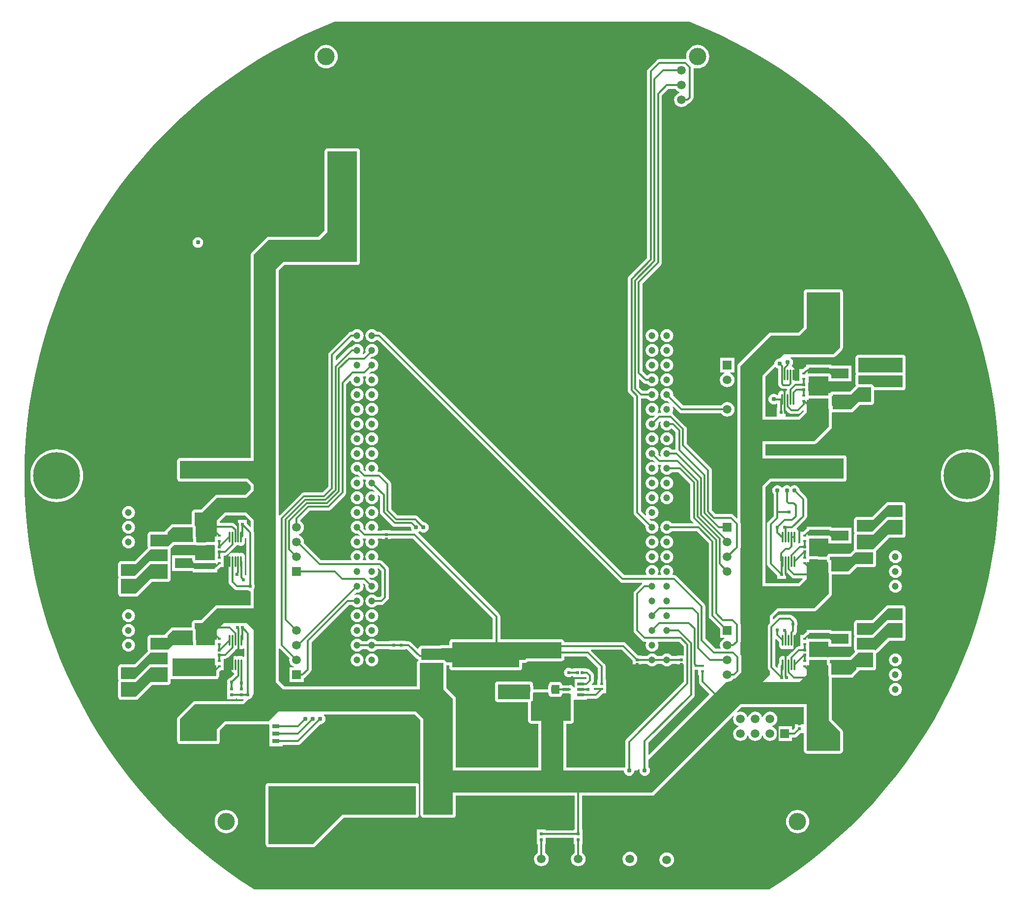
<source format=gbr>
G04 Layer_Physical_Order=1*
G04 Layer_Color=255*
%FSLAX23Y23*%
%MOIN*%
%TF.FileFunction,Copper,L1,Top,Signal*%
%TF.Part,Single*%
G01*
G75*
%TA.AperFunction,SMDPad,CuDef*%
%ADD10R,0.050X0.030*%
%ADD11R,0.020X0.020*%
%ADD12R,0.022X0.018*%
%ADD13R,0.128X0.041*%
%ADD14O,0.012X0.079*%
%ADD15R,0.020X0.020*%
%ADD16R,0.020X0.024*%
%ADD17R,0.116X0.066*%
%ADD18R,0.094X0.039*%
%ADD19R,0.094X0.130*%
%ADD20R,0.185X0.091*%
%ADD21R,0.087X0.067*%
%ADD22R,0.075X0.053*%
%ADD23R,0.045X0.024*%
%ADD24R,0.106X0.045*%
%TA.AperFunction,Conductor*%
%ADD25C,0.012*%
%ADD26C,0.013*%
%TA.AperFunction,ComponentPad*%
%ADD27C,0.083*%
%ADD28C,0.059*%
%ADD29R,0.059X0.059*%
%TA.AperFunction,ViaPad*%
%ADD30C,0.318*%
%ADD31C,0.118*%
%TA.AperFunction,ComponentPad*%
%ADD32C,0.047*%
%ADD33R,0.047X0.047*%
%ADD34C,0.236*%
%ADD35R,0.059X0.059*%
%TA.AperFunction,ViaPad*%
%ADD36C,0.031*%
%ADD37C,0.024*%
G36*
X1305Y3037D02*
X1411Y2990D01*
X1515Y2938D01*
X1617Y2883D01*
X1718Y2824D01*
X1816Y2762D01*
X1912Y2697D01*
X2006Y2628D01*
X2097Y2556D01*
X2185Y2480D01*
X2271Y2402D01*
X2354Y2320D01*
X2434Y2236D01*
X2512Y2149D01*
X2586Y2060D01*
X2656Y1967D01*
X2724Y1873D01*
X2788Y1776D01*
X2849Y1677D01*
X2906Y1575D01*
X2960Y1472D01*
X3010Y1367D01*
X3056Y1261D01*
X3098Y1152D01*
X3137Y1043D01*
X3172Y932D01*
X3202Y820D01*
X3229Y707D01*
X3252Y593D01*
X3271Y478D01*
X3286Y363D01*
X3296Y247D01*
X3303Y131D01*
X3306Y14D01*
X3304Y-102D01*
X3299Y-218D01*
X3289Y-334D01*
X3275Y-449D01*
X3257Y-564D01*
X3235Y-678D01*
X3210Y-792D01*
X3180Y-904D01*
X3146Y-1015D01*
X3108Y-1125D01*
X3067Y-1234D01*
X3022Y-1341D01*
X2973Y-1446D01*
X2920Y-1550D01*
X2864Y-1652D01*
X2804Y-1751D01*
X2740Y-1849D01*
X2674Y-1944D01*
X2604Y-2037D01*
X2530Y-2127D01*
X2454Y-2215D01*
X2375Y-2300D01*
X2292Y-2382D01*
X2207Y-2461D01*
X2119Y-2537D01*
X2029Y-2610D01*
X1936Y-2680D01*
X1840Y-2746D01*
X1747Y-2806D01*
X-1747D01*
X-1840Y-2746D01*
X-1935Y-2680D01*
X-2027Y-2611D01*
X-2118Y-2538D01*
X-2205Y-2463D01*
X-2290Y-2384D01*
X-2372Y-2302D01*
X-2451Y-2218D01*
X-2527Y-2131D01*
X-2601Y-2041D01*
X-2670Y-1948D01*
X-2737Y-1854D01*
X-2800Y-1757D01*
X-2860Y-1658D01*
X-2916Y-1557D01*
X-2969Y-1454D01*
X-3018Y-1349D01*
X-3063Y-1242D01*
X-3105Y-1134D01*
X-3143Y-1025D01*
X-3177Y-914D01*
X-3207Y-802D01*
X-3233Y-689D01*
X-3255Y-576D01*
X-3273Y-462D01*
X-3287Y-347D01*
X-3298Y-231D01*
X-3304Y-116D01*
X-3306Y-0D01*
X-3304Y117D01*
X-3297Y233D01*
X-3287Y349D01*
X-3273Y465D01*
X-3254Y580D01*
X-3232Y695D01*
X-3205Y809D01*
X-3175Y921D01*
X-3140Y1033D01*
X-3102Y1143D01*
X-3060Y1252D01*
X-3014Y1359D01*
X-2964Y1464D01*
X-2910Y1568D01*
X-2853Y1670D01*
X-2792Y1769D01*
X-2728Y1867D01*
X-2661Y1962D01*
X-2590Y2055D01*
X-2516Y2145D01*
X-2438Y2232D01*
X-2358Y2317D01*
X-2275Y2399D01*
X-2189Y2477D01*
X-2100Y2553D01*
X-2008Y2626D01*
X-1915Y2695D01*
X-1818Y2761D01*
X-1720Y2823D01*
X-1619Y2882D01*
X-1516Y2937D01*
X-1412Y2989D01*
X-1305Y3037D01*
X-1201Y3080D01*
X1201D01*
X1305Y3037D01*
D02*
G37*
%LPC*%
G36*
X-2600Y-406D02*
X-2611Y-408D01*
X-2622Y-412D01*
X-2631Y-419D01*
X-2638Y-428D01*
X-2642Y-439D01*
X-2644Y-450D01*
X-2642Y-461D01*
X-2638Y-472D01*
X-2631Y-481D01*
X-2622Y-488D01*
X-2611Y-492D01*
X-2600Y-494D01*
X-2589Y-492D01*
X-2578Y-488D01*
X-2569Y-481D01*
X-2562Y-472D01*
X-2558Y-461D01*
X-2556Y-450D01*
X-2558Y-439D01*
X-2562Y-428D01*
X-2569Y-419D01*
X-2578Y-412D01*
X-2589Y-408D01*
X-2600Y-406D01*
D02*
G37*
G36*
X2600Y-506D02*
X2589Y-508D01*
X2578Y-512D01*
X2569Y-519D01*
X2562Y-528D01*
X2558Y-539D01*
X2556Y-550D01*
X2558Y-561D01*
X2562Y-572D01*
X2569Y-581D01*
X2578Y-588D01*
X2589Y-592D01*
X2600Y-594D01*
X2611Y-592D01*
X2622Y-588D01*
X2631Y-581D01*
X2638Y-572D01*
X2642Y-561D01*
X2644Y-550D01*
X2642Y-539D01*
X2638Y-528D01*
X2631Y-519D01*
X2622Y-512D01*
X2611Y-508D01*
X2600Y-506D01*
D02*
G37*
G36*
X1050Y-406D02*
X1039Y-408D01*
X1028Y-412D01*
X1019Y-419D01*
X1012Y-428D01*
X1008Y-439D01*
X1006Y-450D01*
X1008Y-461D01*
X1012Y-472D01*
X1019Y-481D01*
X1028Y-488D01*
X1039Y-492D01*
X1050Y-494D01*
X1061Y-492D01*
X1072Y-488D01*
X1081Y-481D01*
X1088Y-472D01*
X1092Y-461D01*
X1094Y-450D01*
X1092Y-439D01*
X1088Y-428D01*
X1081Y-419D01*
X1072Y-412D01*
X1061Y-408D01*
X1050Y-406D01*
D02*
G37*
G36*
X950D02*
X939Y-408D01*
X928Y-412D01*
X919Y-419D01*
X912Y-428D01*
X908Y-439D01*
X906Y-450D01*
X908Y-461D01*
X912Y-472D01*
X919Y-481D01*
X928Y-488D01*
X939Y-492D01*
X950Y-494D01*
X961Y-492D01*
X972Y-488D01*
X981Y-481D01*
X988Y-472D01*
X992Y-461D01*
X994Y-450D01*
X992Y-439D01*
X988Y-428D01*
X981Y-419D01*
X972Y-412D01*
X961Y-408D01*
X950Y-406D01*
D02*
G37*
G36*
X2600Y-606D02*
X2589Y-608D01*
X2578Y-612D01*
X2569Y-619D01*
X2562Y-628D01*
X2558Y-639D01*
X2556Y-650D01*
X2558Y-661D01*
X2562Y-672D01*
X2569Y-681D01*
X2578Y-688D01*
X2589Y-692D01*
X2600Y-694D01*
X2611Y-692D01*
X2622Y-688D01*
X2631Y-681D01*
X2638Y-672D01*
X2642Y-661D01*
X2644Y-650D01*
X2642Y-639D01*
X2638Y-628D01*
X2631Y-619D01*
X2622Y-612D01*
X2611Y-608D01*
X2600Y-606D01*
D02*
G37*
G36*
Y-706D02*
X2589Y-708D01*
X2578Y-712D01*
X2569Y-719D01*
X2562Y-728D01*
X2558Y-739D01*
X2556Y-750D01*
X2558Y-761D01*
X2562Y-772D01*
X2569Y-781D01*
X2578Y-788D01*
X2589Y-792D01*
X2600Y-794D01*
X2611Y-792D01*
X2622Y-788D01*
X2631Y-781D01*
X2638Y-772D01*
X2642Y-761D01*
X2644Y-750D01*
X2642Y-739D01*
X2638Y-728D01*
X2631Y-719D01*
X2622Y-712D01*
X2611Y-708D01*
X2600Y-706D01*
D02*
G37*
G36*
X1050Y-506D02*
X1039Y-508D01*
X1028Y-512D01*
X1019Y-519D01*
X1012Y-528D01*
X1008Y-539D01*
X1006Y-550D01*
X1008Y-561D01*
X1012Y-572D01*
X1019Y-581D01*
X1028Y-588D01*
X1039Y-592D01*
X1050Y-594D01*
X1061Y-592D01*
X1072Y-588D01*
X1081Y-581D01*
X1088Y-572D01*
X1092Y-561D01*
X1094Y-550D01*
X1092Y-539D01*
X1088Y-528D01*
X1081Y-519D01*
X1072Y-512D01*
X1061Y-508D01*
X1050Y-506D01*
D02*
G37*
G36*
X950D02*
X939Y-508D01*
X928Y-512D01*
X919Y-519D01*
X912Y-528D01*
X908Y-539D01*
X906Y-550D01*
X908Y-561D01*
X912Y-572D01*
X919Y-581D01*
X928Y-588D01*
X939Y-592D01*
X950Y-594D01*
X961Y-592D01*
X972Y-588D01*
X981Y-581D01*
X988Y-572D01*
X992Y-561D01*
X994Y-550D01*
X992Y-539D01*
X988Y-528D01*
X981Y-519D01*
X972Y-512D01*
X961Y-508D01*
X950Y-506D01*
D02*
G37*
G36*
Y-106D02*
X939Y-108D01*
X928Y-112D01*
X919Y-119D01*
X912Y-128D01*
X908Y-139D01*
X906Y-150D01*
X908Y-161D01*
X912Y-172D01*
X919Y-181D01*
X928Y-188D01*
X939Y-192D01*
X950Y-194D01*
X961Y-192D01*
X972Y-188D01*
X981Y-181D01*
X988Y-172D01*
X992Y-161D01*
X994Y-150D01*
X992Y-139D01*
X988Y-128D01*
X981Y-119D01*
X972Y-112D01*
X961Y-108D01*
X950Y-106D01*
D02*
G37*
G36*
X-1050D02*
X-1061Y-108D01*
X-1072Y-112D01*
X-1081Y-119D01*
X-1088Y-128D01*
X-1092Y-139D01*
X-1094Y-150D01*
X-1092Y-161D01*
X-1088Y-172D01*
X-1081Y-181D01*
X-1072Y-188D01*
X-1061Y-192D01*
X-1050Y-194D01*
X-1039Y-192D01*
X-1028Y-188D01*
X-1019Y-181D01*
X-1012Y-172D01*
X-1008Y-161D01*
X-1006Y-150D01*
X-1008Y-139D01*
X-1012Y-128D01*
X-1019Y-119D01*
X-1028Y-112D01*
X-1039Y-108D01*
X-1050Y-106D01*
D02*
G37*
G36*
X-3087Y179D02*
X-3110Y178D01*
X-3133Y173D01*
X-3156Y166D01*
X-3177Y155D01*
X-3196Y142D01*
X-3214Y127D01*
X-3229Y109D01*
X-3242Y90D01*
X-3252Y69D01*
X-3260Y46D01*
X-3265Y23D01*
X-3266Y-0D01*
X-3265Y-23D01*
X-3260Y-46D01*
X-3252Y-69D01*
X-3242Y-90D01*
X-3229Y-109D01*
X-3214Y-127D01*
X-3196Y-142D01*
X-3177Y-155D01*
X-3156Y-166D01*
X-3133Y-173D01*
X-3110Y-178D01*
X-3087Y-179D01*
X-3064Y-178D01*
X-3041Y-173D01*
X-3018Y-166D01*
X-2997Y-155D01*
X-2978Y-142D01*
X-2960Y-127D01*
X-2945Y-109D01*
X-2932Y-90D01*
X-2921Y-69D01*
X-2914Y-46D01*
X-2909Y-23D01*
X-2908Y-0D01*
X-2909Y23D01*
X-2914Y46D01*
X-2921Y69D01*
X-2932Y90D01*
X-2945Y109D01*
X-2960Y127D01*
X-2978Y142D01*
X-2997Y155D01*
X-3018Y166D01*
X-3041Y173D01*
X-3064Y178D01*
X-3087Y179D01*
D02*
G37*
G36*
X1050Y-106D02*
X1039Y-108D01*
X1028Y-112D01*
X1019Y-119D01*
X1012Y-128D01*
X1008Y-139D01*
X1006Y-150D01*
X1008Y-161D01*
X1012Y-172D01*
X1019Y-181D01*
X1028Y-188D01*
X1039Y-192D01*
X1050Y-194D01*
X1061Y-192D01*
X1072Y-188D01*
X1081Y-181D01*
X1088Y-172D01*
X1092Y-161D01*
X1094Y-150D01*
X1092Y-139D01*
X1088Y-128D01*
X1081Y-119D01*
X1072Y-112D01*
X1061Y-108D01*
X1050Y-106D01*
D02*
G37*
G36*
X-2600Y-206D02*
X-2611Y-208D01*
X-2622Y-212D01*
X-2631Y-219D01*
X-2638Y-228D01*
X-2642Y-239D01*
X-2644Y-250D01*
X-2642Y-261D01*
X-2638Y-272D01*
X-2631Y-281D01*
X-2622Y-288D01*
X-2611Y-292D01*
X-2600Y-294D01*
X-2589Y-292D01*
X-2578Y-288D01*
X-2569Y-281D01*
X-2562Y-272D01*
X-2558Y-261D01*
X-2556Y-250D01*
X-2558Y-239D01*
X-2562Y-228D01*
X-2569Y-219D01*
X-2578Y-212D01*
X-2589Y-208D01*
X-2600Y-206D01*
D02*
G37*
G36*
Y-306D02*
X-2611Y-308D01*
X-2622Y-312D01*
X-2631Y-319D01*
X-2638Y-328D01*
X-2642Y-339D01*
X-2644Y-350D01*
X-2642Y-361D01*
X-2638Y-372D01*
X-2631Y-381D01*
X-2622Y-388D01*
X-2611Y-392D01*
X-2600Y-394D01*
X-2589Y-392D01*
X-2578Y-388D01*
X-2569Y-381D01*
X-2562Y-372D01*
X-2558Y-361D01*
X-2556Y-350D01*
X-2558Y-339D01*
X-2562Y-328D01*
X-2569Y-319D01*
X-2578Y-312D01*
X-2589Y-308D01*
X-2600Y-306D01*
D02*
G37*
G36*
X-950Y-206D02*
X-961Y-208D01*
X-972Y-212D01*
X-981Y-219D01*
X-988Y-228D01*
X-992Y-239D01*
X-994Y-250D01*
X-992Y-261D01*
X-988Y-272D01*
X-981Y-281D01*
X-972Y-288D01*
X-961Y-292D01*
X-950Y-294D01*
X-939Y-292D01*
X-928Y-288D01*
X-919Y-281D01*
X-912Y-272D01*
X-908Y-261D01*
X-906Y-250D01*
X-908Y-239D01*
X-912Y-228D01*
X-919Y-219D01*
X-928Y-212D01*
X-939Y-208D01*
X-950Y-206D01*
D02*
G37*
G36*
X-1050D02*
X-1061Y-208D01*
X-1072Y-212D01*
X-1081Y-219D01*
X-1088Y-228D01*
X-1092Y-239D01*
X-1094Y-250D01*
X-1092Y-261D01*
X-1088Y-272D01*
X-1081Y-281D01*
X-1072Y-288D01*
X-1061Y-292D01*
X-1050Y-294D01*
X-1039Y-292D01*
X-1028Y-288D01*
X-1019Y-281D01*
X-1012Y-272D01*
X-1008Y-261D01*
X-1006Y-250D01*
X-1008Y-239D01*
X-1012Y-228D01*
X-1019Y-219D01*
X-1028Y-212D01*
X-1039Y-208D01*
X-1050Y-206D01*
D02*
G37*
G36*
X-950Y-906D02*
X-961Y-908D01*
X-972Y-912D01*
X-981Y-919D01*
X-988Y-928D01*
X-992Y-939D01*
X-994Y-950D01*
X-992Y-961D01*
X-988Y-972D01*
X-981Y-981D01*
X-972Y-988D01*
X-961Y-992D01*
X-950Y-994D01*
X-939Y-992D01*
X-928Y-988D01*
X-919Y-981D01*
X-912Y-972D01*
X-908Y-961D01*
X-906Y-950D01*
X-908Y-939D01*
X-912Y-928D01*
X-919Y-919D01*
X-928Y-912D01*
X-939Y-908D01*
X-950Y-906D01*
D02*
G37*
G36*
X2600Y-1406D02*
X2589Y-1408D01*
X2578Y-1412D01*
X2569Y-1419D01*
X2562Y-1428D01*
X2558Y-1439D01*
X2556Y-1450D01*
X2558Y-1461D01*
X2562Y-1472D01*
X2569Y-1481D01*
X2578Y-1488D01*
X2589Y-1492D01*
X2600Y-1494D01*
X2611Y-1492D01*
X2622Y-1488D01*
X2631Y-1481D01*
X2638Y-1472D01*
X2642Y-1461D01*
X2644Y-1450D01*
X2642Y-1439D01*
X2638Y-1428D01*
X2631Y-1419D01*
X2622Y-1412D01*
X2611Y-1408D01*
X2600Y-1406D01*
D02*
G37*
G36*
X-650Y-2085D02*
X-1650D01*
X-1658Y-2086D01*
X-1664Y-2091D01*
X-1669Y-2097D01*
X-1670Y-2105D01*
Y-2500D01*
X-1669Y-2508D01*
X-1664Y-2514D01*
X-1658Y-2519D01*
X-1650Y-2520D01*
X-1350D01*
X-1342Y-2519D01*
X-1336Y-2514D01*
X-1142Y-2320D01*
X-650Y-2320D01*
X-642Y-2319D01*
X-636Y-2314D01*
X-631Y-2308D01*
X-630Y-2300D01*
Y-2105D01*
X-631Y-2097D01*
X-636Y-2091D01*
X-642Y-2086D01*
X-650Y-2085D01*
D02*
G37*
G36*
X-1050Y-1206D02*
X-1061Y-1208D01*
X-1072Y-1212D01*
X-1081Y-1219D01*
X-1088Y-1228D01*
X-1092Y-1239D01*
X-1094Y-1250D01*
X-1092Y-1261D01*
X-1088Y-1272D01*
X-1081Y-1281D01*
X-1072Y-1288D01*
X-1061Y-1292D01*
X-1050Y-1294D01*
X-1039Y-1292D01*
X-1028Y-1288D01*
X-1019Y-1281D01*
X-1012Y-1272D01*
X-1008Y-1261D01*
X-1006Y-1250D01*
X-1008Y-1239D01*
X-1012Y-1228D01*
X-1019Y-1219D01*
X-1028Y-1212D01*
X-1039Y-1208D01*
X-1050Y-1206D01*
D02*
G37*
G36*
X2600Y-1306D02*
X2589Y-1308D01*
X2578Y-1312D01*
X2569Y-1319D01*
X2562Y-1328D01*
X2558Y-1339D01*
X2556Y-1350D01*
X2558Y-1361D01*
X2562Y-1372D01*
X2569Y-1381D01*
X2578Y-1388D01*
X2589Y-1392D01*
X2600Y-1394D01*
X2611Y-1392D01*
X2622Y-1388D01*
X2631Y-1381D01*
X2638Y-1372D01*
X2642Y-1361D01*
X2644Y-1350D01*
X2642Y-1339D01*
X2638Y-1328D01*
X2631Y-1319D01*
X2622Y-1312D01*
X2611Y-1308D01*
X2600Y-1306D01*
D02*
G37*
G36*
X800Y-2550D02*
X787Y-2552D01*
X775Y-2557D01*
X765Y-2565D01*
X757Y-2575D01*
X752Y-2587D01*
X750Y-2600D01*
X752Y-2613D01*
X757Y-2625D01*
X765Y-2635D01*
X775Y-2643D01*
X787Y-2648D01*
X800Y-2650D01*
X813Y-2648D01*
X825Y-2643D01*
X835Y-2635D01*
X843Y-2625D01*
X848Y-2613D01*
X850Y-2600D01*
X848Y-2587D01*
X843Y-2575D01*
X835Y-2565D01*
X825Y-2557D01*
X813Y-2552D01*
X800Y-2550D01*
D02*
G37*
G36*
X1050Y-2555D02*
X1037Y-2557D01*
X1025Y-2562D01*
X1015Y-2570D01*
X1007Y-2580D01*
X1002Y-2592D01*
X1000Y-2605D01*
X1002Y-2618D01*
X1007Y-2630D01*
X1015Y-2640D01*
X1025Y-2648D01*
X1037Y-2653D01*
X1050Y-2655D01*
X1063Y-2653D01*
X1075Y-2648D01*
X1085Y-2640D01*
X1093Y-2630D01*
X1098Y-2618D01*
X1100Y-2605D01*
X1098Y-2592D01*
X1093Y-2580D01*
X1085Y-2570D01*
X1075Y-2562D01*
X1063Y-2557D01*
X1050Y-2555D01*
D02*
G37*
G36*
X1937Y-2267D02*
X1922Y-2269D01*
X1907Y-2273D01*
X1893Y-2281D01*
X1881Y-2290D01*
X1871Y-2302D01*
X1864Y-2316D01*
X1859Y-2331D01*
X1858Y-2346D01*
X1859Y-2362D01*
X1864Y-2377D01*
X1871Y-2390D01*
X1881Y-2402D01*
X1893Y-2412D01*
X1907Y-2419D01*
X1922Y-2424D01*
X1937Y-2426D01*
X1953Y-2424D01*
X1967Y-2419D01*
X1981Y-2412D01*
X1993Y-2402D01*
X2003Y-2390D01*
X2010Y-2377D01*
X2015Y-2362D01*
X2016Y-2346D01*
X2015Y-2331D01*
X2010Y-2316D01*
X2003Y-2302D01*
X1993Y-2290D01*
X1981Y-2281D01*
X1967Y-2273D01*
X1953Y-2269D01*
X1937Y-2267D01*
D02*
G37*
G36*
X-1937D02*
X-1953Y-2269D01*
X-1967Y-2273D01*
X-1981Y-2281D01*
X-1993Y-2290D01*
X-2003Y-2302D01*
X-2010Y-2316D01*
X-2015Y-2331D01*
X-2016Y-2346D01*
X-2015Y-2362D01*
X-2010Y-2377D01*
X-2003Y-2390D01*
X-1993Y-2402D01*
X-1981Y-2412D01*
X-1967Y-2419D01*
X-1953Y-2424D01*
X-1937Y-2426D01*
X-1922Y-2424D01*
X-1907Y-2419D01*
X-1893Y-2412D01*
X-1881Y-2402D01*
X-1871Y-2390D01*
X-1864Y-2377D01*
X-1859Y-2362D01*
X-1858Y-2346D01*
X-1859Y-2331D01*
X-1864Y-2316D01*
X-1871Y-2302D01*
X-1881Y-2290D01*
X-1893Y-2281D01*
X-1907Y-2273D01*
X-1922Y-2269D01*
X-1937Y-2267D01*
D02*
G37*
G36*
X-950Y-1006D02*
X-961Y-1008D01*
X-972Y-1012D01*
X-981Y-1019D01*
X-988Y-1028D01*
X-992Y-1039D01*
X-994Y-1050D01*
X-992Y-1061D01*
X-988Y-1072D01*
X-981Y-1081D01*
X-972Y-1088D01*
X-961Y-1092D01*
X-950Y-1094D01*
X-939Y-1092D01*
X-928Y-1088D01*
X-919Y-1081D01*
X-912Y-1072D01*
X-908Y-1061D01*
X-906Y-1050D01*
X-908Y-1039D01*
X-912Y-1028D01*
X-919Y-1019D01*
X-928Y-1012D01*
X-939Y-1008D01*
X-950Y-1006D01*
D02*
G37*
G36*
X-1050D02*
X-1061Y-1008D01*
X-1072Y-1012D01*
X-1081Y-1019D01*
X-1088Y-1028D01*
X-1092Y-1039D01*
X-1094Y-1050D01*
X-1092Y-1061D01*
X-1088Y-1072D01*
X-1081Y-1081D01*
X-1072Y-1088D01*
X-1061Y-1092D01*
X-1050Y-1094D01*
X-1039Y-1092D01*
X-1028Y-1088D01*
X-1019Y-1081D01*
X-1012Y-1072D01*
X-1008Y-1061D01*
X-1006Y-1050D01*
X-1008Y-1039D01*
X-1012Y-1028D01*
X-1019Y-1019D01*
X-1028Y-1012D01*
X-1039Y-1008D01*
X-1050Y-1006D01*
D02*
G37*
G36*
Y-906D02*
X-1061Y-908D01*
X-1072Y-912D01*
X-1081Y-919D01*
X-1088Y-928D01*
X-1092Y-939D01*
X-1094Y-950D01*
X-1092Y-961D01*
X-1088Y-972D01*
X-1081Y-981D01*
X-1072Y-988D01*
X-1061Y-992D01*
X-1050Y-994D01*
X-1039Y-992D01*
X-1028Y-988D01*
X-1019Y-981D01*
X-1012Y-972D01*
X-1008Y-961D01*
X-1006Y-950D01*
X-1008Y-939D01*
X-1012Y-928D01*
X-1019Y-919D01*
X-1028Y-912D01*
X-1039Y-908D01*
X-1050Y-906D01*
D02*
G37*
G36*
X-2600D02*
X-2611Y-908D01*
X-2622Y-912D01*
X-2631Y-919D01*
X-2638Y-928D01*
X-2642Y-939D01*
X-2644Y-950D01*
X-2642Y-961D01*
X-2638Y-972D01*
X-2631Y-981D01*
X-2622Y-988D01*
X-2611Y-992D01*
X-2600Y-994D01*
X-2589Y-992D01*
X-2578Y-988D01*
X-2569Y-981D01*
X-2562Y-972D01*
X-2558Y-961D01*
X-2556Y-950D01*
X-2558Y-939D01*
X-2562Y-928D01*
X-2569Y-919D01*
X-2578Y-912D01*
X-2589Y-908D01*
X-2600Y-906D01*
D02*
G37*
G36*
X2600Y-1206D02*
X2589Y-1208D01*
X2578Y-1212D01*
X2569Y-1219D01*
X2562Y-1228D01*
X2558Y-1239D01*
X2556Y-1250D01*
X2558Y-1261D01*
X2562Y-1272D01*
X2569Y-1281D01*
X2578Y-1288D01*
X2589Y-1292D01*
X2600Y-1294D01*
X2611Y-1292D01*
X2622Y-1288D01*
X2631Y-1281D01*
X2638Y-1272D01*
X2642Y-1261D01*
X2644Y-1250D01*
X2642Y-1239D01*
X2638Y-1228D01*
X2631Y-1219D01*
X2622Y-1212D01*
X2611Y-1208D01*
X2600Y-1206D01*
D02*
G37*
G36*
X-950D02*
X-961Y-1208D01*
X-972Y-1212D01*
X-981Y-1219D01*
X-988Y-1228D01*
X-992Y-1239D01*
X-994Y-1250D01*
X-992Y-1261D01*
X-988Y-1272D01*
X-981Y-1281D01*
X-972Y-1288D01*
X-961Y-1292D01*
X-950Y-1294D01*
X-939Y-1292D01*
X-928Y-1288D01*
X-919Y-1281D01*
X-912Y-1272D01*
X-908Y-1261D01*
X-906Y-1250D01*
X-908Y-1239D01*
X-912Y-1228D01*
X-919Y-1219D01*
X-928Y-1212D01*
X-939Y-1208D01*
X-950Y-1206D01*
D02*
G37*
G36*
X-2600Y-1006D02*
X-2611Y-1008D01*
X-2622Y-1012D01*
X-2631Y-1019D01*
X-2638Y-1028D01*
X-2642Y-1039D01*
X-2644Y-1050D01*
X-2642Y-1061D01*
X-2638Y-1072D01*
X-2631Y-1081D01*
X-2622Y-1088D01*
X-2611Y-1092D01*
X-2600Y-1094D01*
X-2589Y-1092D01*
X-2578Y-1088D01*
X-2569Y-1081D01*
X-2562Y-1072D01*
X-2558Y-1061D01*
X-2556Y-1050D01*
X-2558Y-1039D01*
X-2562Y-1028D01*
X-2569Y-1019D01*
X-2578Y-1012D01*
X-2589Y-1008D01*
X-2600Y-1006D01*
D02*
G37*
G36*
Y-1106D02*
X-2611Y-1108D01*
X-2622Y-1112D01*
X-2631Y-1119D01*
X-2638Y-1128D01*
X-2642Y-1139D01*
X-2644Y-1150D01*
X-2642Y-1161D01*
X-2638Y-1172D01*
X-2631Y-1181D01*
X-2622Y-1188D01*
X-2611Y-1192D01*
X-2600Y-1194D01*
X-2589Y-1192D01*
X-2578Y-1188D01*
X-2569Y-1181D01*
X-2562Y-1172D01*
X-2558Y-1161D01*
X-2556Y-1150D01*
X-2558Y-1139D01*
X-2562Y-1128D01*
X-2569Y-1119D01*
X-2578Y-1112D01*
X-2589Y-1108D01*
X-2600Y-1106D01*
D02*
G37*
G36*
X1050Y694D02*
X1039Y692D01*
X1028Y688D01*
X1019Y681D01*
X1012Y672D01*
X1008Y661D01*
X1006Y650D01*
X1008Y639D01*
X1012Y628D01*
X1019Y619D01*
X1028Y612D01*
X1039Y608D01*
X1050Y606D01*
X1061Y608D01*
X1072Y612D01*
X1081Y619D01*
X1088Y628D01*
X1092Y639D01*
X1094Y650D01*
X1092Y661D01*
X1088Y672D01*
X1081Y681D01*
X1072Y688D01*
X1061Y692D01*
X1050Y694D01*
D02*
G37*
G36*
X1509Y799D02*
X1411D01*
Y701D01*
X1441D01*
X1442Y696D01*
X1435Y693D01*
X1425Y685D01*
X1417Y675D01*
X1412Y663D01*
X1410Y650D01*
X1412Y637D01*
X1417Y625D01*
X1425Y615D01*
X1435Y607D01*
X1447Y602D01*
X1460Y600D01*
X1473Y602D01*
X1485Y607D01*
X1495Y615D01*
X1503Y625D01*
X1508Y637D01*
X1510Y650D01*
X1508Y663D01*
X1503Y675D01*
X1495Y685D01*
X1485Y693D01*
X1478Y696D01*
X1479Y701D01*
X1509D01*
Y799D01*
D02*
G37*
G36*
X1050Y794D02*
X1039Y792D01*
X1028Y788D01*
X1019Y781D01*
X1012Y772D01*
X1008Y761D01*
X1006Y750D01*
X1008Y739D01*
X1012Y728D01*
X1019Y719D01*
X1028Y712D01*
X1039Y708D01*
X1050Y706D01*
X1061Y708D01*
X1072Y712D01*
X1081Y719D01*
X1088Y728D01*
X1092Y739D01*
X1094Y750D01*
X1092Y761D01*
X1088Y772D01*
X1081Y781D01*
X1072Y788D01*
X1061Y792D01*
X1050Y794D01*
D02*
G37*
G36*
X950D02*
X939Y792D01*
X928Y788D01*
X919Y781D01*
X912Y772D01*
X908Y761D01*
X906Y750D01*
X908Y739D01*
X912Y728D01*
X919Y719D01*
X928Y712D01*
X939Y708D01*
X950Y706D01*
X961Y708D01*
X972Y712D01*
X981Y719D01*
X988Y728D01*
X992Y739D01*
X994Y750D01*
X992Y761D01*
X988Y772D01*
X981Y781D01*
X972Y788D01*
X961Y792D01*
X950Y794D01*
D02*
G37*
G36*
X-950Y494D02*
X-961Y492D01*
X-972Y488D01*
X-981Y481D01*
X-988Y472D01*
X-992Y461D01*
X-994Y450D01*
X-992Y439D01*
X-988Y428D01*
X-981Y419D01*
X-972Y412D01*
X-961Y408D01*
X-950Y406D01*
X-939Y408D01*
X-928Y412D01*
X-919Y419D01*
X-912Y428D01*
X-908Y439D01*
X-906Y450D01*
X-908Y461D01*
X-912Y472D01*
X-919Y481D01*
X-928Y488D01*
X-939Y492D01*
X-950Y494D01*
D02*
G37*
G36*
X-1050D02*
X-1061Y492D01*
X-1072Y488D01*
X-1081Y481D01*
X-1088Y472D01*
X-1092Y461D01*
X-1094Y450D01*
X-1092Y439D01*
X-1088Y428D01*
X-1081Y419D01*
X-1072Y412D01*
X-1061Y408D01*
X-1050Y406D01*
X-1039Y408D01*
X-1028Y412D01*
X-1019Y419D01*
X-1012Y428D01*
X-1008Y439D01*
X-1006Y450D01*
X-1008Y461D01*
X-1012Y472D01*
X-1019Y481D01*
X-1028Y488D01*
X-1039Y492D01*
X-1050Y494D01*
D02*
G37*
G36*
X-950Y594D02*
X-961Y592D01*
X-972Y588D01*
X-981Y581D01*
X-988Y572D01*
X-992Y561D01*
X-994Y550D01*
X-992Y539D01*
X-988Y528D01*
X-981Y519D01*
X-972Y512D01*
X-961Y508D01*
X-950Y506D01*
X-939Y508D01*
X-928Y512D01*
X-919Y519D01*
X-912Y528D01*
X-908Y539D01*
X-906Y550D01*
X-908Y561D01*
X-912Y572D01*
X-919Y581D01*
X-928Y588D01*
X-939Y592D01*
X-950Y594D01*
D02*
G37*
G36*
X-1050D02*
X-1061Y592D01*
X-1072Y588D01*
X-1081Y581D01*
X-1088Y572D01*
X-1092Y561D01*
X-1094Y550D01*
X-1092Y539D01*
X-1088Y528D01*
X-1081Y519D01*
X-1072Y512D01*
X-1061Y508D01*
X-1050Y506D01*
X-1039Y508D01*
X-1028Y512D01*
X-1019Y519D01*
X-1012Y528D01*
X-1008Y539D01*
X-1006Y550D01*
X-1008Y561D01*
X-1012Y572D01*
X-1019Y581D01*
X-1028Y588D01*
X-1039Y592D01*
X-1050Y594D01*
D02*
G37*
G36*
X-1250Y2220D02*
X-1258Y2219D01*
X-1264Y2214D01*
X-1269Y2208D01*
X-1270Y2200D01*
X-1270Y1663D01*
X-1313Y1620D01*
X-1650Y1620D01*
X-1658Y1619D01*
X-1664Y1614D01*
X-1764Y1514D01*
X-1769Y1508D01*
X-1770Y1500D01*
X-1770Y120D01*
X-2250Y120D01*
X-2258Y119D01*
X-2264Y114D01*
X-2269Y108D01*
X-2270Y100D01*
X-2270Y-20D01*
X-2269Y-28D01*
X-2264Y-34D01*
X-2258Y-39D01*
X-2250Y-40D01*
X-1798Y-40D01*
X-1770Y-68D01*
X-1770Y-92D01*
X-1808Y-130D01*
X-2000D01*
X-2008Y-131D01*
X-2014Y-136D01*
X-2108Y-230D01*
X-2150D01*
X-2158Y-231D01*
X-2164Y-236D01*
X-2169Y-242D01*
X-2170Y-250D01*
X-2170Y-300D01*
Y-330D01*
X-2300D01*
X-2308Y-331D01*
X-2314Y-336D01*
X-2350Y-372D01*
X-2354Y-378D01*
X-2355Y-380D01*
X-2450D01*
X-2458Y-381D01*
X-2464Y-386D01*
X-2469Y-392D01*
X-2470Y-400D01*
Y-480D01*
X-2469Y-488D01*
X-2468Y-489D01*
X-2558Y-580D01*
X-2650D01*
X-2658Y-581D01*
X-2664Y-586D01*
X-2669Y-592D01*
X-2670Y-600D01*
Y-680D01*
X-2669Y-688D01*
X-2667Y-690D01*
X-2669Y-692D01*
X-2670Y-700D01*
Y-800D01*
X-2669Y-808D01*
X-2664Y-814D01*
X-2658Y-819D01*
X-2650Y-820D01*
X-2550D01*
X-2542Y-819D01*
X-2536Y-814D01*
X-2442Y-720D01*
X-2335D01*
X-2327Y-719D01*
X-2321Y-714D01*
X-2316Y-708D01*
X-2315Y-700D01*
Y-600D01*
X-2316Y-592D01*
X-2318Y-590D01*
X-2316Y-588D01*
X-2315Y-580D01*
Y-500D01*
X-2316Y-494D01*
X-2292Y-470D01*
X-2160Y-470D01*
X-2152Y-469D01*
X-2149Y-466D01*
X-2147Y-468D01*
X-2145Y-470D01*
X-2144Y-470D01*
X-2143Y-470D01*
X-2140Y-471D01*
X-2137Y-472D01*
X-2136Y-472D01*
X-2135Y-472D01*
X-2019Y-470D01*
X-2015Y-475D01*
Y-529D01*
X-2015D01*
Y-574D01*
X-2147D01*
Y-541D01*
X-2303D01*
Y-647D01*
X-2165D01*
Y-655D01*
X-1998D01*
Y-638D01*
X-1993Y-637D01*
X-1988Y-632D01*
X-1977Y-621D01*
X-1954D01*
Y-586D01*
Y-542D01*
X-1946D01*
X-1939Y-541D01*
X-1933Y-538D01*
X-1927Y-534D01*
X-1878Y-484D01*
X-1874Y-479D01*
X-1872Y-476D01*
X-1870Y-476D01*
X-1863Y-473D01*
X-1860Y-471D01*
X-1857Y-470D01*
X-1853Y-471D01*
X-1850Y-473D01*
X-1844Y-476D01*
X-1837Y-477D01*
X-1830Y-476D01*
X-1824Y-473D01*
X-1819Y-469D01*
X-1815Y-464D01*
X-1812Y-457D01*
X-1811Y-451D01*
Y-428D01*
X-1811Y-428D01*
X-1807Y-423D01*
X-1806Y-420D01*
X-1801Y-421D01*
Y-674D01*
X-1805Y-676D01*
X-1810Y-674D01*
Y-584D01*
X-1811Y-577D01*
X-1811Y-576D01*
Y-549D01*
X-1812Y-543D01*
X-1815Y-536D01*
X-1819Y-531D01*
X-1824Y-527D01*
X-1830Y-524D01*
X-1837Y-523D01*
X-1844Y-524D01*
X-1847Y-526D01*
X-1850Y-524D01*
X-1857Y-523D01*
X-1863Y-524D01*
X-1866Y-526D01*
X-1870Y-524D01*
X-1876Y-523D01*
X-1883Y-524D01*
X-1886Y-526D01*
X-1889Y-524D01*
X-1896Y-523D01*
X-1903Y-524D01*
X-1909Y-527D01*
X-1914Y-531D01*
X-1918Y-536D01*
X-1921Y-543D01*
X-1922Y-549D01*
Y-583D01*
Y-616D01*
Y-719D01*
X-1921Y-726D01*
X-1918Y-732D01*
X-1914Y-737D01*
X-1883Y-768D01*
X-1878Y-772D01*
X-1872Y-775D01*
X-1865Y-776D01*
X-1793D01*
X-1791Y-778D01*
X-1783Y-781D01*
X-1775Y-782D01*
X-1774Y-782D01*
X-1770Y-785D01*
Y-880D01*
X-1800Y-880D01*
X-2000Y-880D01*
X-2008Y-881D01*
X-2014Y-886D01*
X-2108Y-980D01*
X-2150Y-980D01*
X-2158Y-981D01*
X-2164Y-986D01*
X-2169Y-992D01*
X-2170Y-1000D01*
X-2170Y-1030D01*
X-2300D01*
X-2308Y-1031D01*
X-2314Y-1036D01*
X-2350Y-1072D01*
X-2354Y-1078D01*
X-2355Y-1080D01*
X-2450D01*
X-2458Y-1081D01*
X-2464Y-1086D01*
X-2469Y-1092D01*
X-2470Y-1100D01*
Y-1180D01*
X-2469Y-1188D01*
X-2468Y-1189D01*
X-2558Y-1280D01*
X-2650D01*
X-2658Y-1281D01*
X-2664Y-1286D01*
X-2669Y-1292D01*
X-2670Y-1300D01*
Y-1380D01*
X-2669Y-1388D01*
X-2667Y-1390D01*
X-2669Y-1392D01*
X-2670Y-1400D01*
Y-1500D01*
X-2669Y-1508D01*
X-2664Y-1514D01*
X-2658Y-1519D01*
X-2650Y-1520D01*
X-2550D01*
X-2542Y-1519D01*
X-2536Y-1514D01*
X-2442Y-1420D01*
X-2335D01*
X-2327Y-1419D01*
X-2321Y-1414D01*
X-2316Y-1408D01*
X-2315Y-1400D01*
Y-1380D01*
X-2310Y-1377D01*
X-2308Y-1379D01*
X-2300Y-1380D01*
X-2005D01*
X-1998Y-1379D01*
X-1991Y-1374D01*
X-1987Y-1368D01*
X-1985Y-1360D01*
Y-1331D01*
X-1976Y-1321D01*
X-1953D01*
Y-1286D01*
Y-1242D01*
X-1943D01*
X-1937Y-1241D01*
X-1930Y-1238D01*
X-1925Y-1234D01*
X-1877Y-1186D01*
X-1873Y-1180D01*
X-1871Y-1176D01*
X-1869Y-1176D01*
X-1862Y-1173D01*
X-1859Y-1171D01*
X-1856Y-1170D01*
X-1852Y-1171D01*
X-1849Y-1173D01*
X-1843Y-1176D01*
X-1836Y-1177D01*
X-1829Y-1176D01*
X-1823Y-1173D01*
X-1821Y-1171D01*
X-1816Y-1174D01*
Y-1226D01*
X-1821Y-1229D01*
X-1823Y-1227D01*
X-1829Y-1224D01*
X-1836Y-1223D01*
X-1843Y-1224D01*
X-1846Y-1226D01*
X-1849Y-1224D01*
X-1856Y-1223D01*
X-1862Y-1224D01*
X-1865Y-1226D01*
X-1869Y-1224D01*
X-1875Y-1223D01*
X-1882Y-1224D01*
X-1888Y-1227D01*
X-1894Y-1231D01*
X-1898Y-1236D01*
X-1900Y-1243D01*
X-1901Y-1249D01*
Y-1316D01*
X-1900Y-1323D01*
X-1898Y-1329D01*
X-1894Y-1334D01*
X-1888Y-1338D01*
X-1883Y-1341D01*
X-1882Y-1345D01*
X-1883Y-1346D01*
X-1905Y-1369D01*
X-1908Y-1369D01*
X-1916Y-1372D01*
X-1922Y-1378D01*
X-1928Y-1384D01*
X-1931Y-1392D01*
X-1932Y-1400D01*
X-1931Y-1408D01*
X-1929Y-1413D01*
X-1930Y-1414D01*
X-1930D01*
Y-1477D01*
Y-1516D01*
X-1870D01*
Y-1510D01*
X-1865D01*
Y-1516D01*
X-1821D01*
X-1819Y-1521D01*
X-1828Y-1530D01*
X-2150Y-1530D01*
X-2158Y-1531D01*
X-2164Y-1536D01*
X-2264Y-1636D01*
X-2269Y-1642D01*
X-2270Y-1650D01*
X-2270Y-1800D01*
X-2269Y-1808D01*
X-2264Y-1814D01*
X-2258Y-1819D01*
X-2250Y-1820D01*
X-2000Y-1820D01*
X-1992Y-1819D01*
X-1986Y-1814D01*
X-1982Y-1808D01*
X-1980Y-1800D01*
Y-1728D01*
X-1939Y-1687D01*
X-1937Y-1687D01*
X-1935Y-1685D01*
X-1865D01*
X-1863Y-1687D01*
X-1855Y-1688D01*
X-1650Y-1688D01*
X-1649Y-1688D01*
X-1645Y-1691D01*
Y-1735D01*
Y-1785D01*
Y-1835D01*
X-1555D01*
Y-1826D01*
X-1450D01*
X-1443Y-1825D01*
X-1437Y-1822D01*
X-1432Y-1818D01*
X-1299Y-1686D01*
X-1291Y-1685D01*
X-1282Y-1681D01*
X-1275Y-1675D01*
X-1269Y-1668D01*
X-1265Y-1659D01*
X-1264Y-1650D01*
X-1265Y-1641D01*
X-1269Y-1632D01*
X-1274Y-1625D01*
X-1274Y-1623D01*
X-1273Y-1620D01*
X-658Y-1620D01*
X-620Y-1658D01*
X-620Y-2296D01*
X-620Y-2296D01*
X-620Y-2296D01*
X-620Y-2300D01*
X-619Y-2304D01*
X-619Y-2304D01*
Y-2304D01*
X-617Y-2307D01*
X-614Y-2311D01*
X-614Y-2311D01*
X-614Y-2311D01*
X-611Y-2314D01*
X-611Y-2314D01*
X-611Y-2314D01*
X-608Y-2316D01*
X-604Y-2319D01*
X-604Y-2319D01*
X-604Y-2319D01*
X-597Y-2320D01*
X-597Y-2320D01*
X-597Y-2320D01*
X-400Y-2320D01*
X-392Y-2319D01*
X-386Y-2314D01*
X-382Y-2308D01*
X-380Y-2300D01*
X-380Y-2170D01*
X424Y-2170D01*
Y-2399D01*
X420D01*
Y-2405D01*
X230D01*
Y-2399D01*
X170D01*
Y-2462D01*
Y-2501D01*
X174D01*
Y-2558D01*
X165Y-2565D01*
X157Y-2575D01*
X152Y-2587D01*
X150Y-2600D01*
X152Y-2613D01*
X157Y-2625D01*
X165Y-2635D01*
X175Y-2643D01*
X187Y-2648D01*
X200Y-2650D01*
X213Y-2648D01*
X225Y-2643D01*
X235Y-2635D01*
X243Y-2625D01*
X248Y-2613D01*
X250Y-2600D01*
X248Y-2587D01*
X243Y-2575D01*
X235Y-2565D01*
X226Y-2558D01*
Y-2501D01*
X230D01*
Y-2456D01*
X420D01*
Y-2501D01*
X424D01*
Y-2558D01*
X415Y-2565D01*
X407Y-2575D01*
X402Y-2587D01*
X400Y-2600D01*
X402Y-2613D01*
X407Y-2625D01*
X415Y-2635D01*
X425Y-2643D01*
X437Y-2648D01*
X450Y-2650D01*
X463Y-2648D01*
X475Y-2643D01*
X485Y-2635D01*
X493Y-2625D01*
X498Y-2613D01*
X500Y-2600D01*
X498Y-2587D01*
X493Y-2575D01*
X485Y-2565D01*
X476Y-2558D01*
Y-2501D01*
X480D01*
Y-2462D01*
Y-2399D01*
X476D01*
Y-2170D01*
X953D01*
X953Y-2170D01*
X953Y-2170D01*
X957Y-2169D01*
X961Y-2169D01*
X961Y-2169D01*
X961Y-2169D01*
X964Y-2166D01*
X967Y-2164D01*
X967Y-2164D01*
X967Y-2164D01*
X1501Y-1628D01*
X1505Y-1630D01*
X1502Y-1637D01*
X1500Y-1650D01*
X1502Y-1663D01*
X1507Y-1675D01*
X1515Y-1685D01*
X1525Y-1693D01*
X1536Y-1697D01*
X1536Y-1697D01*
Y-1703D01*
X1536Y-1703D01*
X1525Y-1707D01*
X1515Y-1715D01*
X1507Y-1725D01*
X1502Y-1737D01*
X1500Y-1750D01*
X1502Y-1763D01*
X1507Y-1775D01*
X1515Y-1785D01*
X1525Y-1793D01*
X1537Y-1798D01*
X1550Y-1800D01*
X1563Y-1798D01*
X1575Y-1793D01*
X1585Y-1785D01*
X1593Y-1775D01*
X1597Y-1764D01*
X1597Y-1764D01*
X1603D01*
X1603Y-1764D01*
X1607Y-1775D01*
X1615Y-1785D01*
X1625Y-1793D01*
X1637Y-1798D01*
X1650Y-1800D01*
X1663Y-1798D01*
X1675Y-1793D01*
X1685Y-1785D01*
X1693Y-1775D01*
X1697Y-1764D01*
X1697Y-1764D01*
X1703D01*
X1703Y-1764D01*
X1707Y-1775D01*
X1715Y-1785D01*
X1725Y-1793D01*
X1737Y-1798D01*
X1750Y-1800D01*
X1763Y-1798D01*
X1775Y-1793D01*
X1785Y-1785D01*
X1793Y-1775D01*
X1796Y-1768D01*
X1801Y-1769D01*
Y-1799D01*
X1899D01*
Y-1776D01*
X1916D01*
X1923Y-1775D01*
X1929Y-1773D01*
X1934Y-1769D01*
X1957Y-1746D01*
X1980D01*
Y-1866D01*
X1981Y-1873D01*
X1986Y-1880D01*
X1992Y-1884D01*
X2000Y-1886D01*
X2224D01*
X2232Y-1884D01*
X2238Y-1880D01*
X2243Y-1873D01*
X2244Y-1866D01*
Y-1736D01*
X2244Y-1736D01*
X2244Y-1736D01*
X2243Y-1732D01*
X2243Y-1728D01*
X2243Y-1728D01*
X2243Y-1728D01*
X2240Y-1725D01*
X2238Y-1722D01*
X2238Y-1722D01*
X2238Y-1722D01*
X2170Y-1655D01*
X2170Y-1550D01*
X2170Y-1370D01*
X2300D01*
X2308Y-1369D01*
X2314Y-1364D01*
X2350Y-1328D01*
X2354Y-1322D01*
X2355Y-1320D01*
X2450D01*
X2458Y-1319D01*
X2464Y-1314D01*
X2469Y-1308D01*
X2470Y-1300D01*
Y-1205D01*
X2472Y-1204D01*
X2474Y-1203D01*
X2475Y-1202D01*
X2477Y-1201D01*
X2478Y-1200D01*
X2558Y-1120D01*
X2650D01*
X2658Y-1119D01*
X2664Y-1114D01*
X2669Y-1108D01*
X2670Y-1100D01*
Y-1000D01*
X2669Y-992D01*
X2667Y-990D01*
X2669Y-988D01*
X2670Y-980D01*
Y-900D01*
X2669Y-892D01*
X2664Y-886D01*
X2658Y-881D01*
X2650Y-880D01*
X2550D01*
X2542Y-881D01*
X2536Y-886D01*
X2442Y-980D01*
X2340D01*
X2332Y-981D01*
X2326Y-986D01*
X2321Y-992D01*
X2320Y-1000D01*
Y-1080D01*
X2321Y-1088D01*
X2323Y-1090D01*
X2321Y-1092D01*
X2320Y-1100D01*
Y-1177D01*
X2321Y-1181D01*
X2321Y-1185D01*
X2321Y-1185D01*
X2321Y-1185D01*
X2324Y-1188D01*
X2326Y-1191D01*
X2327Y-1193D01*
X2327Y-1195D01*
X2292Y-1230D01*
X2155D01*
X2147Y-1231D01*
X2145Y-1233D01*
X2143Y-1232D01*
X2135Y-1230D01*
X2015Y-1230D01*
Y-1229D01*
X2015D01*
Y-1214D01*
Y-1171D01*
X2015D01*
Y-1126D01*
X2147D01*
Y-1159D01*
X2303D01*
Y-1053D01*
X2165D01*
Y-1045D01*
X1998D01*
Y-1062D01*
X1993Y-1063D01*
X1988Y-1068D01*
X1977Y-1079D01*
X1954D01*
Y-1136D01*
Y-1158D01*
X1944D01*
X1938Y-1159D01*
X1931Y-1162D01*
X1926Y-1166D01*
X1878Y-1214D01*
X1874Y-1220D01*
X1872Y-1224D01*
X1870Y-1224D01*
X1863Y-1227D01*
X1860Y-1229D01*
X1857Y-1230D01*
X1853Y-1229D01*
X1850Y-1227D01*
X1844Y-1224D01*
X1837Y-1223D01*
X1830Y-1224D01*
X1824Y-1227D01*
X1819Y-1231D01*
X1815Y-1236D01*
X1812Y-1243D01*
X1811Y-1249D01*
Y-1272D01*
X1811Y-1272D01*
X1807Y-1277D01*
X1804Y-1284D01*
X1803Y-1290D01*
Y-1301D01*
X1799Y-1303D01*
X1786Y-1290D01*
Y-1109D01*
X1790Y-1107D01*
X1811Y-1128D01*
Y-1151D01*
X1812Y-1157D01*
X1815Y-1164D01*
X1819Y-1169D01*
X1824Y-1173D01*
X1830Y-1176D01*
X1837Y-1177D01*
X1844Y-1176D01*
X1847Y-1174D01*
X1850Y-1176D01*
X1857Y-1177D01*
X1863Y-1176D01*
X1866Y-1174D01*
X1870Y-1176D01*
X1876Y-1177D01*
X1883Y-1176D01*
X1886Y-1174D01*
X1889Y-1176D01*
X1896Y-1177D01*
X1903Y-1176D01*
X1909Y-1173D01*
X1914Y-1169D01*
X1918Y-1164D01*
X1921Y-1157D01*
X1922Y-1151D01*
Y-1075D01*
X1924Y-1073D01*
X1928Y-1067D01*
X1931Y-1061D01*
X1931Y-1054D01*
Y-1022D01*
X1933Y-1021D01*
X1936Y-1013D01*
X1937Y-1005D01*
X1936Y-997D01*
X1933Y-989D01*
X1931Y-987D01*
X1931Y-983D01*
X1928Y-976D01*
X1924Y-971D01*
X1904Y-952D01*
X1899Y-948D01*
X1893Y-945D01*
X1886Y-944D01*
X1815D01*
X1808Y-945D01*
X1802Y-948D01*
X1797Y-952D01*
X1775Y-974D01*
X1770Y-972D01*
Y-958D01*
X1808Y-920D01*
X2049Y-920D01*
X2054Y-919D01*
X2057Y-919D01*
X2057Y-919D01*
X2064Y-914D01*
X2164Y-814D01*
X2168Y-807D01*
X2170Y-799D01*
X2170Y-670D01*
X2280Y-670D01*
X2288Y-669D01*
X2294Y-664D01*
X2338Y-620D01*
X2450Y-620D01*
X2458Y-619D01*
X2464Y-614D01*
X2469Y-608D01*
X2470Y-600D01*
Y-520D01*
X2469Y-512D01*
X2468Y-511D01*
X2558Y-420D01*
X2650D01*
X2658Y-419D01*
X2664Y-414D01*
X2669Y-408D01*
X2670Y-400D01*
Y-300D01*
X2669Y-292D01*
X2667Y-290D01*
X2669Y-288D01*
X2670Y-280D01*
Y-200D01*
X2669Y-192D01*
X2664Y-186D01*
X2658Y-181D01*
X2650Y-180D01*
X2550D01*
X2542Y-181D01*
X2536Y-186D01*
X2442Y-280D01*
X2340D01*
X2332Y-281D01*
X2326Y-286D01*
X2321Y-292D01*
X2320Y-300D01*
Y-380D01*
X2321Y-388D01*
X2323Y-390D01*
X2321Y-392D01*
X2320Y-400D01*
Y-500D01*
X2320Y-502D01*
X2319Y-503D01*
X2318Y-504D01*
X2292Y-530D01*
X2155D01*
X2147Y-531D01*
X2141Y-536D01*
X2136Y-542D01*
X2135Y-550D01*
X2134Y-551D01*
X2019Y-548D01*
X2019Y-548D01*
X2015Y-544D01*
Y-529D01*
X2015D01*
Y-471D01*
X2015D01*
Y-426D01*
X2147D01*
Y-459D01*
X2303D01*
Y-353D01*
X2165D01*
Y-345D01*
X1998D01*
Y-362D01*
X1993Y-363D01*
X1988Y-368D01*
X1977Y-379D01*
X1954D01*
Y-436D01*
Y-458D01*
X1953D01*
X1946Y-459D01*
X1945Y-460D01*
X1943Y-459D01*
X1941Y-456D01*
X1941Y-451D01*
Y-384D01*
X1941Y-377D01*
X1938Y-371D01*
X1934Y-366D01*
X1931Y-363D01*
X1930Y-357D01*
X1993Y-293D01*
X1997Y-288D01*
X2000Y-282D01*
X2001Y-275D01*
Y-160D01*
X2000Y-153D01*
X1997Y-147D01*
X1993Y-142D01*
X1951Y-99D01*
X1950Y-91D01*
X1946Y-82D01*
X1940Y-75D01*
X1933Y-69D01*
X1924Y-65D01*
X1915Y-64D01*
X1906Y-65D01*
X1897Y-69D01*
X1890Y-75D01*
X1883Y-69D01*
X1874Y-65D01*
X1865Y-64D01*
X1856Y-65D01*
X1847Y-69D01*
X1840Y-75D01*
X1836Y-80D01*
X1835Y-81D01*
X1830D01*
X1829Y-80D01*
X1825Y-75D01*
X1818Y-69D01*
X1809Y-65D01*
X1800Y-64D01*
X1791Y-65D01*
X1782Y-69D01*
X1775Y-75D01*
X1769Y-82D01*
X1765Y-91D01*
X1764Y-100D01*
X1765Y-109D01*
X1769Y-118D01*
X1774Y-125D01*
Y-274D01*
X1737Y-312D01*
X1733Y-317D01*
X1730Y-323D01*
X1729Y-330D01*
Y-595D01*
X1730Y-602D01*
X1733Y-608D01*
X1737Y-613D01*
X1799Y-676D01*
Y-699D01*
X1859D01*
Y-659D01*
X1864Y-657D01*
X1895Y-688D01*
X1901Y-692D01*
X1907Y-695D01*
X1913Y-696D01*
X1969D01*
X1971Y-700D01*
X1942Y-730D01*
X1720D01*
X1720Y-78D01*
X1758Y-40D01*
X2250D01*
X2258Y-39D01*
X2264Y-34D01*
X2268Y-28D01*
X2270Y-20D01*
X2270Y117D01*
X2268Y125D01*
X2264Y132D01*
X2258Y136D01*
X2250Y137D01*
X1720D01*
X1720Y215D01*
X2052D01*
X2060Y216D01*
X2066Y220D01*
X2164Y318D01*
X2168Y325D01*
X2170Y333D01*
X2170Y427D01*
X2174Y430D01*
X2175Y430D01*
X2300D01*
X2308Y431D01*
X2314Y436D01*
X2358Y480D01*
X2435D01*
X2443Y481D01*
X2449Y486D01*
X2454Y492D01*
X2455Y500D01*
Y580D01*
X2650D01*
X2658Y581D01*
X2664Y586D01*
X2669Y592D01*
X2670Y600D01*
Y680D01*
X2669Y688D01*
X2667Y690D01*
X2669Y692D01*
X2670Y700D01*
Y800D01*
X2669Y808D01*
X2664Y814D01*
X2658Y819D01*
X2650Y820D01*
X2350D01*
X2342Y819D01*
X2336Y814D01*
X2331Y808D01*
X2330Y800D01*
Y700D01*
X2331Y692D01*
X2333Y690D01*
X2331Y688D01*
X2330Y680D01*
Y620D01*
X2331Y612D01*
X2332Y611D01*
X2292Y570D01*
X2175D01*
X2167Y569D01*
X2161Y564D01*
X2157Y559D01*
X2147D01*
Y545D01*
X2011D01*
Y572D01*
X2010D01*
Y630D01*
X2011D01*
Y674D01*
X2147D01*
Y641D01*
X2303D01*
Y747D01*
X2164D01*
Y755D01*
X1996D01*
Y739D01*
X1994Y739D01*
X1988Y737D01*
X1982Y732D01*
X1972Y722D01*
X1949D01*
Y665D01*
Y642D01*
X1922D01*
X1919Y642D01*
X1915Y645D01*
Y684D01*
Y717D01*
X1915Y724D01*
X1912Y730D01*
X1908Y735D01*
X1903Y739D01*
X1899Y741D01*
X1898Y741D01*
X1898Y741D01*
X1897Y746D01*
X1897Y747D01*
X1901Y752D01*
X1905Y761D01*
X1906Y770D01*
X1905Y779D01*
X1901Y788D01*
X1895Y795D01*
X1889Y800D01*
X1891Y805D01*
X2180Y805D01*
X2188Y806D01*
X2194Y811D01*
X2238Y855D01*
X2243Y861D01*
X2244Y869D01*
X2244Y1245D01*
X2243Y1253D01*
X2238Y1259D01*
X2232Y1264D01*
X2224Y1265D01*
X2000D01*
X1992Y1264D01*
X1986Y1259D01*
X1981Y1253D01*
X1980Y1245D01*
X1980Y1008D01*
X1942Y970D01*
X1755Y970D01*
X1747Y969D01*
X1741Y964D01*
X1536Y759D01*
X1531Y753D01*
X1530Y745D01*
Y-287D01*
X1525Y-289D01*
X1503Y-267D01*
X1498Y-263D01*
X1492Y-260D01*
X1485Y-259D01*
X1381D01*
X1355Y-234D01*
Y36D01*
X1354Y42D01*
X1352Y48D01*
X1348Y54D01*
X1185Y217D01*
Y316D01*
X1184Y323D01*
X1181Y329D01*
X1177Y334D01*
X1093Y418D01*
X1088Y422D01*
X1088Y428D01*
X1088Y428D01*
X1092Y439D01*
X1094Y450D01*
X1092Y461D01*
X1090Y466D01*
X1094Y469D01*
X1132Y432D01*
X1137Y428D01*
X1143Y425D01*
X1150Y424D01*
X1418D01*
X1425Y415D01*
X1435Y407D01*
X1447Y402D01*
X1460Y400D01*
X1473Y402D01*
X1485Y407D01*
X1495Y415D01*
X1503Y425D01*
X1508Y437D01*
X1510Y450D01*
X1508Y463D01*
X1503Y475D01*
X1495Y485D01*
X1485Y493D01*
X1473Y498D01*
X1460Y500D01*
X1447Y498D01*
X1435Y493D01*
X1425Y485D01*
X1418Y476D01*
X1161D01*
X1093Y544D01*
X1094Y550D01*
X1092Y561D01*
X1088Y572D01*
X1081Y581D01*
X1072Y588D01*
X1061Y592D01*
X1050Y594D01*
X1039Y592D01*
X1028Y588D01*
X1019Y581D01*
X1012Y572D01*
X1008Y561D01*
X1006Y550D01*
X1008Y539D01*
X1012Y528D01*
X1019Y519D01*
X1028Y512D01*
X1039Y508D01*
X1050Y506D01*
X1056Y507D01*
X1069Y494D01*
X1066Y490D01*
X1061Y492D01*
X1050Y494D01*
X1039Y492D01*
X1028Y488D01*
X1019Y481D01*
X1012Y472D01*
X1008Y461D01*
X1006Y450D01*
X1008Y439D01*
X1011Y431D01*
X1008Y426D01*
X1000D01*
X993Y425D01*
X991Y424D01*
X988Y428D01*
X988Y428D01*
X992Y439D01*
X994Y450D01*
X992Y461D01*
X988Y472D01*
X981Y481D01*
X972Y488D01*
X961Y492D01*
X950Y494D01*
X939Y492D01*
X928Y488D01*
X919Y481D01*
X912Y472D01*
X908Y461D01*
X906Y450D01*
X908Y439D01*
X912Y428D01*
X919Y419D01*
X928Y412D01*
X939Y408D01*
X950Y406D01*
X961Y408D01*
X966Y410D01*
X969Y406D01*
X956Y393D01*
X950Y394D01*
X939Y392D01*
X928Y388D01*
X919Y381D01*
X912Y372D01*
X908Y361D01*
X906Y350D01*
X908Y339D01*
X912Y328D01*
X919Y319D01*
X928Y312D01*
X939Y308D01*
X950Y306D01*
X961Y308D01*
X972Y312D01*
X981Y319D01*
X988Y328D01*
X992Y339D01*
X994Y350D01*
X993Y356D01*
X1006Y369D01*
X1010Y366D01*
X1008Y361D01*
X1006Y350D01*
X1008Y339D01*
X1012Y328D01*
X1019Y319D01*
X1028Y312D01*
X1039Y308D01*
X1050Y306D01*
X1061Y308D01*
X1072Y312D01*
X1081Y319D01*
X1086Y319D01*
X1110Y296D01*
Y176D01*
X1085D01*
X1081Y181D01*
X1072Y188D01*
X1061Y192D01*
X1050Y194D01*
X1039Y192D01*
X1028Y188D01*
X1019Y181D01*
X1012Y172D01*
X1008Y161D01*
X1006Y150D01*
X1008Y139D01*
X1010Y134D01*
X1006Y131D01*
X993Y144D01*
X994Y150D01*
X992Y161D01*
X988Y172D01*
X981Y181D01*
X972Y188D01*
X961Y192D01*
X950Y194D01*
X939Y192D01*
X928Y188D01*
X919Y181D01*
X912Y172D01*
X908Y161D01*
X906Y150D01*
X908Y139D01*
X912Y128D01*
X919Y119D01*
X928Y112D01*
X939Y108D01*
X950Y106D01*
X956Y107D01*
X969Y94D01*
X966Y90D01*
X961Y92D01*
X950Y94D01*
X939Y92D01*
X928Y88D01*
X919Y81D01*
X912Y72D01*
X908Y61D01*
X906Y50D01*
X908Y39D01*
X912Y28D01*
X919Y19D01*
X928Y12D01*
X939Y8D01*
X950Y6D01*
X961Y8D01*
X972Y12D01*
X981Y19D01*
X988Y28D01*
X992Y39D01*
X994Y50D01*
X992Y61D01*
X988Y72D01*
X988Y72D01*
X991Y76D01*
X993Y75D01*
X1000Y74D01*
X1008D01*
X1011Y69D01*
X1008Y61D01*
X1006Y50D01*
X1008Y39D01*
X1012Y28D01*
X1019Y19D01*
X1028Y12D01*
X1039Y8D01*
X1050Y6D01*
X1061Y8D01*
X1072Y12D01*
X1081Y19D01*
X1085Y24D01*
X1129D01*
X1209Y-56D01*
Y-286D01*
X1210Y-293D01*
X1213Y-299D01*
X1217Y-304D01*
X1232Y-319D01*
X1230Y-324D01*
X1084D01*
X1081Y-319D01*
X1072Y-312D01*
X1061Y-308D01*
X1050Y-306D01*
X1039Y-308D01*
X1028Y-312D01*
X1019Y-319D01*
X1012Y-328D01*
X1008Y-339D01*
X1006Y-350D01*
X1008Y-361D01*
X1012Y-372D01*
X1019Y-381D01*
X1028Y-388D01*
X1039Y-392D01*
X1050Y-394D01*
X1061Y-392D01*
X1072Y-388D01*
X1081Y-381D01*
X1084Y-376D01*
X1254D01*
X1334Y-456D01*
Y-950D01*
X1335Y-957D01*
X1337Y-963D01*
X1341Y-969D01*
X1411Y-1038D01*
Y-1099D01*
X1441D01*
X1442Y-1104D01*
X1435Y-1107D01*
X1425Y-1115D01*
X1417Y-1125D01*
X1412Y-1137D01*
X1410Y-1150D01*
X1412Y-1163D01*
X1415Y-1170D01*
X1412Y-1174D01*
X1381D01*
X1311Y-1104D01*
Y-885D01*
X1310Y-878D01*
X1307Y-872D01*
X1303Y-867D01*
X1118Y-682D01*
X1113Y-678D01*
X1107Y-675D01*
X1100Y-674D01*
X1092D01*
X1089Y-669D01*
X1092Y-661D01*
X1094Y-650D01*
X1092Y-639D01*
X1088Y-628D01*
X1081Y-619D01*
X1072Y-612D01*
X1061Y-608D01*
X1050Y-606D01*
X1039Y-608D01*
X1028Y-612D01*
X1019Y-619D01*
X1012Y-628D01*
X1008Y-639D01*
X1006Y-650D01*
X1008Y-661D01*
X1011Y-669D01*
X1008Y-674D01*
X992D01*
X989Y-669D01*
X992Y-661D01*
X994Y-650D01*
X992Y-639D01*
X988Y-628D01*
X981Y-619D01*
X972Y-612D01*
X961Y-608D01*
X950Y-606D01*
X939Y-608D01*
X928Y-612D01*
X919Y-619D01*
X912Y-628D01*
X908Y-639D01*
X906Y-650D01*
X908Y-661D01*
X911Y-669D01*
X908Y-674D01*
X761D01*
X-882Y968D01*
X-887Y972D01*
X-893Y975D01*
X-900Y976D01*
X-915D01*
X-919Y981D01*
X-928Y988D01*
X-939Y992D01*
X-950Y994D01*
X-961Y992D01*
X-972Y988D01*
X-981Y981D01*
X-988Y972D01*
X-992Y961D01*
X-994Y950D01*
X-992Y939D01*
X-988Y928D01*
X-981Y919D01*
X-972Y912D01*
X-961Y908D01*
X-950Y906D01*
X-939Y908D01*
X-928Y912D01*
X-919Y919D01*
X-916Y924D01*
X-910Y924D01*
X732Y-718D01*
X737Y-722D01*
X743Y-725D01*
X750Y-726D01*
X881D01*
X883Y-731D01*
X882Y-732D01*
X832Y-782D01*
X828Y-787D01*
X825Y-793D01*
X824Y-800D01*
Y-1050D01*
X825Y-1057D01*
X828Y-1063D01*
X832Y-1068D01*
X882Y-1118D01*
X887Y-1122D01*
X893Y-1125D01*
X900Y-1126D01*
X908D01*
X911Y-1131D01*
X908Y-1139D01*
X906Y-1150D01*
X908Y-1161D01*
X912Y-1172D01*
X919Y-1181D01*
X928Y-1188D01*
X939Y-1192D01*
X950Y-1194D01*
X961Y-1192D01*
X972Y-1188D01*
X981Y-1181D01*
X988Y-1172D01*
X992Y-1161D01*
X994Y-1150D01*
X992Y-1139D01*
X989Y-1131D01*
X992Y-1126D01*
X1134D01*
X1164Y-1156D01*
Y-1220D01*
X1120D01*
Y-1224D01*
X1085D01*
X1081Y-1219D01*
X1072Y-1212D01*
X1061Y-1208D01*
X1050Y-1206D01*
X1039Y-1208D01*
X1028Y-1212D01*
X1019Y-1219D01*
X1015Y-1224D01*
X985D01*
X981Y-1219D01*
X972Y-1212D01*
X961Y-1208D01*
X950Y-1206D01*
X939Y-1208D01*
X928Y-1212D01*
X919Y-1219D01*
X915Y-1224D01*
X880D01*
Y-1220D01*
X857D01*
X773Y-1137D01*
X768Y-1133D01*
X762Y-1130D01*
X755Y-1129D01*
X355D01*
X354Y-1122D01*
X349Y-1116D01*
X343Y-1111D01*
X335Y-1110D01*
X-79Y-1110D01*
Y-955D01*
X-80Y-948D01*
X-83Y-942D01*
X-87Y-937D01*
X-636Y-387D01*
X-635Y-382D01*
X-632Y-381D01*
X-625Y-375D01*
X-618Y-381D01*
X-609Y-385D01*
X-600Y-386D01*
X-591Y-385D01*
X-582Y-381D01*
X-575Y-375D01*
X-569Y-368D01*
X-565Y-359D01*
X-564Y-350D01*
X-565Y-341D01*
X-569Y-332D01*
X-575Y-325D01*
X-582Y-319D01*
X-591Y-315D01*
X-600Y-314D01*
X-602Y-314D01*
X-638Y-278D01*
X-643Y-274D01*
X-650Y-271D01*
X-656Y-271D01*
X-775D01*
X-819Y-226D01*
Y-55D01*
X-820Y-48D01*
X-823Y-42D01*
X-827Y-37D01*
X-882Y18D01*
X-887Y22D01*
X-893Y25D01*
X-900Y26D01*
X-908D01*
X-911Y31D01*
X-908Y39D01*
X-906Y50D01*
X-908Y61D01*
X-912Y72D01*
X-919Y81D01*
X-928Y88D01*
X-939Y92D01*
X-950Y94D01*
X-961Y92D01*
X-972Y88D01*
X-981Y81D01*
X-988Y72D01*
X-992Y61D01*
X-994Y50D01*
X-992Y39D01*
X-990Y34D01*
X-994Y31D01*
X-1007Y44D01*
X-1006Y50D01*
X-1008Y61D01*
X-1012Y72D01*
X-1019Y81D01*
X-1028Y88D01*
X-1039Y92D01*
X-1050Y94D01*
X-1061Y92D01*
X-1072Y88D01*
X-1081Y81D01*
X-1088Y72D01*
X-1092Y61D01*
X-1094Y50D01*
X-1092Y39D01*
X-1088Y28D01*
X-1081Y19D01*
X-1072Y12D01*
X-1061Y8D01*
X-1050Y6D01*
X-1044Y7D01*
X-1031Y-6D01*
X-1034Y-10D01*
X-1039Y-8D01*
X-1050Y-6D01*
X-1061Y-8D01*
X-1072Y-12D01*
X-1081Y-19D01*
X-1088Y-28D01*
X-1092Y-39D01*
X-1094Y-50D01*
X-1092Y-61D01*
X-1088Y-72D01*
X-1081Y-81D01*
X-1072Y-88D01*
X-1061Y-92D01*
X-1050Y-94D01*
X-1039Y-92D01*
X-1028Y-88D01*
X-1019Y-81D01*
X-1012Y-72D01*
X-1008Y-61D01*
X-1006Y-50D01*
X-1008Y-39D01*
X-1012Y-28D01*
X-1012Y-28D01*
X-1009Y-24D01*
X-1007Y-25D01*
X-1000Y-26D01*
X-992D01*
X-989Y-31D01*
X-992Y-39D01*
X-994Y-50D01*
X-992Y-61D01*
X-988Y-72D01*
X-981Y-81D01*
X-972Y-88D01*
X-961Y-92D01*
X-950Y-94D01*
X-944Y-93D01*
X-931Y-106D01*
X-934Y-110D01*
X-939Y-108D01*
X-950Y-106D01*
X-961Y-108D01*
X-972Y-112D01*
X-981Y-119D01*
X-988Y-128D01*
X-992Y-139D01*
X-994Y-150D01*
X-992Y-161D01*
X-988Y-172D01*
X-981Y-181D01*
X-972Y-188D01*
X-961Y-192D01*
X-950Y-194D01*
X-939Y-192D01*
X-928Y-188D01*
X-919Y-181D01*
X-912Y-172D01*
X-908Y-161D01*
X-906Y-150D01*
X-908Y-139D01*
X-910Y-134D01*
X-906Y-131D01*
X-894Y-142D01*
Y-246D01*
X-894Y-253D01*
X-891Y-259D01*
X-887Y-265D01*
X-813Y-338D01*
X-808Y-342D01*
X-802Y-345D01*
X-795Y-346D01*
X-691D01*
X-686Y-351D01*
X-685Y-359D01*
X-681Y-368D01*
X-680Y-370D01*
X-682Y-374D01*
X-820D01*
Y-370D01*
X-880D01*
Y-374D01*
X-908D01*
X-911Y-369D01*
X-908Y-361D01*
X-906Y-350D01*
X-908Y-339D01*
X-912Y-328D01*
X-919Y-319D01*
X-928Y-312D01*
X-939Y-308D01*
X-950Y-306D01*
X-961Y-308D01*
X-972Y-312D01*
X-981Y-319D01*
X-988Y-328D01*
X-992Y-339D01*
X-994Y-350D01*
X-992Y-361D01*
X-990Y-366D01*
X-994Y-369D01*
X-1007Y-356D01*
X-1006Y-350D01*
X-1008Y-339D01*
X-1012Y-328D01*
X-1019Y-319D01*
X-1028Y-312D01*
X-1039Y-308D01*
X-1050Y-306D01*
X-1061Y-308D01*
X-1072Y-312D01*
X-1081Y-319D01*
X-1088Y-328D01*
X-1092Y-339D01*
X-1094Y-350D01*
X-1092Y-361D01*
X-1088Y-372D01*
X-1081Y-381D01*
X-1072Y-388D01*
X-1061Y-392D01*
X-1050Y-394D01*
X-1044Y-393D01*
X-1031Y-406D01*
X-1034Y-410D01*
X-1039Y-408D01*
X-1050Y-406D01*
X-1061Y-408D01*
X-1072Y-412D01*
X-1081Y-419D01*
X-1088Y-428D01*
X-1092Y-439D01*
X-1094Y-450D01*
X-1092Y-461D01*
X-1088Y-472D01*
X-1081Y-481D01*
X-1072Y-488D01*
X-1061Y-492D01*
X-1050Y-494D01*
X-1039Y-492D01*
X-1028Y-488D01*
X-1019Y-481D01*
X-1012Y-472D01*
X-1008Y-461D01*
X-1006Y-450D01*
X-1008Y-439D01*
X-1012Y-428D01*
X-1012Y-428D01*
X-1009Y-424D01*
X-1007Y-425D01*
X-1000Y-426D01*
X-992D01*
X-989Y-431D01*
X-992Y-439D01*
X-994Y-450D01*
X-992Y-461D01*
X-988Y-472D01*
X-981Y-481D01*
X-972Y-488D01*
X-961Y-492D01*
X-950Y-494D01*
X-939Y-492D01*
X-928Y-488D01*
X-919Y-481D01*
X-912Y-472D01*
X-908Y-461D01*
X-906Y-450D01*
X-908Y-439D01*
X-911Y-431D01*
X-908Y-426D01*
X-880D01*
Y-430D01*
X-820D01*
Y-426D01*
X-671D01*
X-131Y-966D01*
Y-1110D01*
X-405D01*
X-413Y-1111D01*
X-419Y-1116D01*
X-424Y-1122D01*
X-425Y-1130D01*
Y-1150D01*
X-478D01*
X-486Y-1151D01*
X-488Y-1153D01*
X-612D01*
X-613Y-1153D01*
X-614Y-1153D01*
X-617Y-1154D01*
X-620Y-1155D01*
X-620Y-1155D01*
X-621Y-1156D01*
X-624Y-1157D01*
X-626Y-1159D01*
X-627Y-1160D01*
X-627Y-1161D01*
X-630Y-1164D01*
X-632Y-1167D01*
X-634Y-1169D01*
X-634Y-1170D01*
X-634Y-1171D01*
X-634Y-1172D01*
X-639Y-1174D01*
X-640Y-1174D01*
X-682Y-1132D01*
X-687Y-1128D01*
X-693Y-1125D01*
X-700Y-1124D01*
X-720D01*
Y-1119D01*
X-830D01*
Y-1124D01*
X-915D01*
X-919Y-1119D01*
X-928Y-1112D01*
X-939Y-1108D01*
X-950Y-1106D01*
X-961Y-1108D01*
X-972Y-1112D01*
X-981Y-1119D01*
X-985Y-1124D01*
X-1015D01*
X-1019Y-1119D01*
X-1028Y-1112D01*
X-1039Y-1108D01*
X-1050Y-1106D01*
X-1061Y-1108D01*
X-1072Y-1112D01*
X-1081Y-1119D01*
X-1088Y-1128D01*
X-1092Y-1139D01*
X-1094Y-1150D01*
X-1092Y-1161D01*
X-1088Y-1172D01*
X-1081Y-1181D01*
X-1072Y-1188D01*
X-1061Y-1192D01*
X-1050Y-1194D01*
X-1039Y-1192D01*
X-1028Y-1188D01*
X-1019Y-1181D01*
X-1015Y-1176D01*
X-985D01*
X-981Y-1181D01*
X-972Y-1188D01*
X-961Y-1192D01*
X-950Y-1194D01*
X-939Y-1192D01*
X-928Y-1188D01*
X-919Y-1181D01*
X-915Y-1176D01*
X-830D01*
Y-1181D01*
X-720D01*
Y-1176D01*
X-711D01*
X-644Y-1243D01*
X-638Y-1247D01*
X-635Y-1248D01*
X-635Y-1250D01*
Y-1250D01*
X-635Y-1250D01*
X-635Y-1253D01*
X-639Y-1256D01*
X-644Y-1262D01*
X-645Y-1270D01*
Y-1430D01*
X-1542D01*
X-1580Y-1392D01*
Y-1174D01*
X-1575Y-1171D01*
X-1508Y-1238D01*
X-1510Y-1250D01*
X-1508Y-1263D01*
X-1503Y-1275D01*
X-1495Y-1285D01*
X-1485Y-1293D01*
X-1478Y-1296D01*
X-1479Y-1301D01*
X-1509D01*
Y-1399D01*
X-1411D01*
Y-1374D01*
X-1407Y-1372D01*
X-1402Y-1368D01*
X-1367Y-1333D01*
X-1363Y-1328D01*
X-1360Y-1322D01*
X-1359Y-1315D01*
Y-1131D01*
X-1104Y-876D01*
X-1085D01*
X-1081Y-881D01*
X-1072Y-888D01*
X-1061Y-892D01*
X-1050Y-894D01*
X-1039Y-892D01*
X-1028Y-888D01*
X-1019Y-881D01*
X-1012Y-872D01*
X-1008Y-861D01*
X-1006Y-850D01*
X-1008Y-839D01*
X-1012Y-828D01*
X-1019Y-819D01*
X-1028Y-812D01*
X-1039Y-808D01*
X-1050Y-806D01*
X-1061Y-808D01*
X-1066Y-810D01*
X-1069Y-806D01*
X-1056Y-793D01*
X-1050Y-794D01*
X-1039Y-792D01*
X-1028Y-788D01*
X-1019Y-781D01*
X-1012Y-772D01*
X-1008Y-761D01*
X-1006Y-750D01*
X-1008Y-739D01*
X-1010Y-734D01*
X-1006Y-731D01*
X-993Y-744D01*
X-994Y-750D01*
X-992Y-761D01*
X-988Y-772D01*
X-981Y-781D01*
X-972Y-788D01*
X-961Y-792D01*
X-950Y-794D01*
X-939Y-792D01*
X-928Y-788D01*
X-919Y-781D01*
X-912Y-772D01*
X-908Y-761D01*
X-906Y-750D01*
X-908Y-739D01*
X-912Y-728D01*
X-919Y-719D01*
X-928Y-712D01*
X-939Y-708D01*
X-950Y-706D01*
X-956Y-707D01*
X-969Y-694D01*
X-966Y-690D01*
X-961Y-692D01*
X-950Y-694D01*
X-939Y-692D01*
X-928Y-688D01*
X-919Y-681D01*
X-912Y-672D01*
X-908Y-661D01*
X-906Y-650D01*
X-908Y-639D01*
X-910Y-633D01*
X-907Y-628D01*
X-904Y-628D01*
X-886Y-646D01*
Y-814D01*
X-896Y-824D01*
X-915D01*
X-919Y-819D01*
X-928Y-812D01*
X-939Y-808D01*
X-950Y-806D01*
X-961Y-808D01*
X-972Y-812D01*
X-981Y-819D01*
X-988Y-828D01*
X-992Y-839D01*
X-994Y-850D01*
X-992Y-861D01*
X-988Y-872D01*
X-981Y-881D01*
X-972Y-888D01*
X-961Y-892D01*
X-950Y-894D01*
X-939Y-892D01*
X-928Y-888D01*
X-919Y-881D01*
X-915Y-876D01*
X-885D01*
X-878Y-875D01*
X-872Y-872D01*
X-867Y-868D01*
X-842Y-843D01*
X-838Y-838D01*
X-835Y-832D01*
X-834Y-825D01*
Y-635D01*
X-835Y-628D01*
X-838Y-622D01*
X-842Y-617D01*
X-877Y-582D01*
X-882Y-578D01*
X-888Y-575D01*
X-895Y-574D01*
X-908D01*
X-911Y-569D01*
X-908Y-561D01*
X-906Y-550D01*
X-908Y-539D01*
X-912Y-528D01*
X-919Y-519D01*
X-928Y-512D01*
X-939Y-508D01*
X-950Y-506D01*
X-961Y-508D01*
X-972Y-512D01*
X-981Y-519D01*
X-988Y-528D01*
X-992Y-539D01*
X-994Y-550D01*
X-992Y-561D01*
X-989Y-569D01*
X-992Y-574D01*
X-1008D01*
X-1011Y-569D01*
X-1008Y-561D01*
X-1006Y-550D01*
X-1008Y-539D01*
X-1012Y-528D01*
X-1019Y-519D01*
X-1028Y-512D01*
X-1039Y-508D01*
X-1050Y-506D01*
X-1061Y-508D01*
X-1072Y-512D01*
X-1081Y-519D01*
X-1088Y-528D01*
X-1092Y-539D01*
X-1094Y-550D01*
X-1092Y-561D01*
X-1089Y-569D01*
X-1092Y-574D01*
X-1294D01*
X-1411Y-457D01*
X-1410Y-450D01*
X-1412Y-437D01*
X-1417Y-425D01*
X-1425Y-415D01*
X-1435Y-407D01*
X-1446Y-403D01*
X-1446Y-403D01*
Y-397D01*
X-1446Y-397D01*
X-1435Y-393D01*
X-1425Y-385D01*
X-1417Y-375D01*
X-1412Y-363D01*
X-1410Y-350D01*
X-1412Y-337D01*
X-1417Y-325D01*
X-1425Y-315D01*
X-1434Y-308D01*
Y-301D01*
X-1370Y-237D01*
X-1246D01*
X-1239Y-236D01*
X-1233Y-233D01*
X-1227Y-229D01*
X-1131Y-133D01*
X-1127Y-127D01*
X-1124Y-121D01*
X-1123Y-114D01*
Y620D01*
X-1098Y646D01*
X-1093Y644D01*
X-1092Y639D01*
X-1088Y628D01*
X-1081Y619D01*
X-1072Y612D01*
X-1061Y608D01*
X-1050Y606D01*
X-1039Y608D01*
X-1028Y612D01*
X-1019Y619D01*
X-1012Y628D01*
X-1008Y639D01*
X-1006Y650D01*
X-1008Y661D01*
X-1011Y669D01*
X-1008Y674D01*
X-1000D01*
X-993Y675D01*
X-991Y676D01*
X-990Y676D01*
X-988Y672D01*
X-992Y661D01*
X-994Y650D01*
X-992Y639D01*
X-988Y628D01*
X-981Y619D01*
X-972Y612D01*
X-961Y608D01*
X-950Y606D01*
X-939Y608D01*
X-928Y612D01*
X-919Y619D01*
X-912Y628D01*
X-908Y639D01*
X-906Y650D01*
X-908Y661D01*
X-912Y672D01*
X-919Y681D01*
X-928Y688D01*
X-939Y692D01*
X-950Y694D01*
X-961Y692D01*
X-966Y690D01*
X-969Y694D01*
X-956Y707D01*
X-950Y706D01*
X-939Y708D01*
X-928Y712D01*
X-919Y719D01*
X-912Y728D01*
X-908Y739D01*
X-906Y750D01*
X-908Y761D01*
X-912Y772D01*
X-919Y781D01*
X-928Y788D01*
X-939Y792D01*
X-950Y794D01*
X-959Y793D01*
X-961Y797D01*
X-952Y807D01*
X-950Y806D01*
X-939Y808D01*
X-928Y812D01*
X-919Y819D01*
X-912Y828D01*
X-908Y839D01*
X-906Y850D01*
X-908Y861D01*
X-912Y872D01*
X-919Y881D01*
X-928Y888D01*
X-939Y892D01*
X-950Y894D01*
X-961Y892D01*
X-972Y888D01*
X-981Y881D01*
X-988Y872D01*
X-992Y861D01*
X-994Y850D01*
X-992Y839D01*
X-1008Y824D01*
X-1009Y824D01*
X-1011Y826D01*
X-1012Y829D01*
X-1008Y839D01*
X-1006Y850D01*
X-1008Y861D01*
X-1012Y872D01*
X-1019Y881D01*
X-1028Y888D01*
X-1039Y892D01*
X-1050Y894D01*
X-1061Y892D01*
X-1072Y888D01*
X-1081Y881D01*
X-1085Y876D01*
X-1085D01*
X-1092Y875D01*
X-1098Y872D01*
X-1103Y868D01*
X-1190Y782D01*
X-1194Y784D01*
Y809D01*
X-1084Y919D01*
X-1081Y919D01*
X-1072Y912D01*
X-1061Y908D01*
X-1050Y906D01*
X-1039Y908D01*
X-1028Y912D01*
X-1019Y919D01*
X-1012Y928D01*
X-1008Y939D01*
X-1006Y950D01*
X-1008Y961D01*
X-1012Y972D01*
X-1019Y981D01*
X-1028Y988D01*
X-1039Y992D01*
X-1050Y994D01*
X-1061Y992D01*
X-1072Y988D01*
X-1081Y981D01*
X-1085Y976D01*
X-1090D01*
X-1097Y975D01*
X-1103Y972D01*
X-1108Y968D01*
X-1238Y838D01*
X-1242Y833D01*
X-1245Y827D01*
X-1246Y820D01*
Y-74D01*
X-1286Y-114D01*
X-1410D01*
X-1417Y-115D01*
X-1423Y-118D01*
X-1428Y-122D01*
X-1575Y-269D01*
X-1580Y-266D01*
Y-150D01*
X-1580Y1392D01*
X-1542Y1430D01*
X-1050Y1430D01*
X-1042Y1431D01*
X-1036Y1436D01*
X-1032Y1442D01*
X-1030Y1450D01*
X-1030Y2200D01*
X-1032Y2208D01*
X-1036Y2214D01*
X-1042Y2219D01*
X-1050Y2220D01*
X-1250Y2220D01*
D02*
G37*
G36*
X-2129Y1618D02*
X-2139Y1617D01*
X-2147Y1613D01*
X-2155Y1608D01*
X-2160Y1600D01*
X-2164Y1592D01*
X-2165Y1582D01*
X-2164Y1573D01*
X-2160Y1565D01*
X-2155Y1557D01*
X-2147Y1551D01*
X-2139Y1548D01*
X-2129Y1547D01*
X-2120Y1548D01*
X-2112Y1551D01*
X-2104Y1557D01*
X-2099Y1565D01*
X-2095Y1573D01*
X-2094Y1582D01*
X-2095Y1592D01*
X-2099Y1600D01*
X-2104Y1608D01*
X-2112Y1613D01*
X-2120Y1617D01*
X-2129Y1618D01*
D02*
G37*
G36*
X1260Y2922D02*
X1244Y2920D01*
X1230Y2916D01*
X1216Y2908D01*
X1204Y2898D01*
X1194Y2886D01*
X1187Y2873D01*
X1182Y2858D01*
X1181Y2842D01*
X1182Y2830D01*
X1178Y2826D01*
X1177Y2825D01*
X1175Y2826D01*
X1000D01*
X993Y2825D01*
X987Y2822D01*
X982Y2818D01*
X924Y2760D01*
X919Y2755D01*
X917Y2748D01*
X916Y2742D01*
Y1477D01*
X792Y1353D01*
X788Y1348D01*
X786Y1342D01*
X785Y1335D01*
Y579D01*
X786Y573D01*
X788Y567D01*
X792Y561D01*
X824Y529D01*
Y-250D01*
X825Y-257D01*
X828Y-263D01*
X832Y-268D01*
X907Y-344D01*
X906Y-350D01*
X908Y-361D01*
X912Y-372D01*
X919Y-381D01*
X928Y-388D01*
X939Y-392D01*
X950Y-394D01*
X961Y-392D01*
X972Y-388D01*
X981Y-381D01*
X988Y-372D01*
X992Y-361D01*
X994Y-350D01*
X992Y-339D01*
X988Y-328D01*
X981Y-319D01*
X972Y-312D01*
X961Y-308D01*
X950Y-306D01*
X944Y-307D01*
X931Y-294D01*
X934Y-290D01*
X939Y-292D01*
X950Y-294D01*
X961Y-292D01*
X972Y-288D01*
X981Y-281D01*
X988Y-272D01*
X992Y-261D01*
X994Y-250D01*
X992Y-239D01*
X988Y-228D01*
X981Y-219D01*
X972Y-212D01*
X961Y-208D01*
X950Y-206D01*
X939Y-208D01*
X928Y-212D01*
X919Y-219D01*
X912Y-228D01*
X908Y-239D01*
X906Y-250D01*
X908Y-261D01*
X910Y-266D01*
X906Y-269D01*
X876Y-239D01*
Y524D01*
X915D01*
X919Y519D01*
X928Y512D01*
X939Y508D01*
X950Y506D01*
X961Y508D01*
X972Y512D01*
X981Y519D01*
X988Y528D01*
X992Y539D01*
X994Y550D01*
X992Y561D01*
X988Y572D01*
X981Y581D01*
X972Y588D01*
X961Y592D01*
X950Y594D01*
X939Y592D01*
X928Y588D01*
X919Y581D01*
X915Y576D01*
X886D01*
X861Y601D01*
Y654D01*
X865Y656D01*
X889Y632D01*
X895Y628D01*
X901Y625D01*
X908Y624D01*
X915D01*
X919Y619D01*
X928Y612D01*
X939Y608D01*
X950Y606D01*
X961Y608D01*
X972Y612D01*
X981Y619D01*
X988Y628D01*
X992Y639D01*
X994Y650D01*
X992Y661D01*
X988Y672D01*
X981Y681D01*
X972Y688D01*
X961Y692D01*
X950Y694D01*
X939Y692D01*
X928Y688D01*
X919Y681D01*
X919Y681D01*
X914Y680D01*
X885Y709D01*
Y1304D01*
X1009Y1427D01*
X1013Y1433D01*
X1016Y1439D01*
X1016Y1446D01*
Y2580D01*
X1061Y2624D01*
X1108D01*
X1115Y2615D01*
X1125Y2607D01*
X1136Y2603D01*
X1136Y2603D01*
Y2597D01*
X1136Y2597D01*
X1125Y2593D01*
X1115Y2585D01*
X1107Y2575D01*
X1102Y2563D01*
X1100Y2550D01*
X1102Y2537D01*
X1107Y2525D01*
X1115Y2515D01*
X1125Y2507D01*
X1137Y2502D01*
X1150Y2500D01*
X1163Y2502D01*
X1175Y2507D01*
X1185Y2515D01*
X1192Y2525D01*
X1197Y2525D01*
X1203Y2528D01*
X1208Y2532D01*
X1223Y2547D01*
X1227Y2552D01*
X1230Y2558D01*
X1231Y2565D01*
Y2765D01*
X1235Y2768D01*
X1244Y2765D01*
X1260Y2763D01*
X1275Y2765D01*
X1290Y2769D01*
X1304Y2777D01*
X1316Y2787D01*
X1326Y2799D01*
X1333Y2812D01*
X1337Y2827D01*
X1339Y2842D01*
X1337Y2858D01*
X1333Y2873D01*
X1326Y2886D01*
X1316Y2898D01*
X1304Y2908D01*
X1290Y2916D01*
X1275Y2920D01*
X1260Y2922D01*
D02*
G37*
G36*
X-1260D02*
X-1275Y2920D01*
X-1290Y2916D01*
X-1304Y2908D01*
X-1316Y2898D01*
X-1326Y2886D01*
X-1333Y2873D01*
X-1337Y2858D01*
X-1339Y2842D01*
X-1337Y2827D01*
X-1333Y2812D01*
X-1326Y2799D01*
X-1316Y2787D01*
X-1304Y2777D01*
X-1290Y2769D01*
X-1275Y2765D01*
X-1260Y2763D01*
X-1244Y2765D01*
X-1230Y2769D01*
X-1216Y2777D01*
X-1204Y2787D01*
X-1194Y2799D01*
X-1187Y2812D01*
X-1182Y2827D01*
X-1181Y2842D01*
X-1182Y2858D01*
X-1187Y2873D01*
X-1194Y2886D01*
X-1204Y2898D01*
X-1216Y2908D01*
X-1230Y2916D01*
X-1244Y2920D01*
X-1260Y2922D01*
D02*
G37*
G36*
X1050Y894D02*
X1039Y892D01*
X1028Y888D01*
X1019Y881D01*
X1012Y872D01*
X1008Y861D01*
X1006Y850D01*
X1008Y839D01*
X1012Y828D01*
X1019Y819D01*
X1028Y812D01*
X1039Y808D01*
X1050Y806D01*
X1061Y808D01*
X1072Y812D01*
X1081Y819D01*
X1088Y828D01*
X1092Y839D01*
X1094Y850D01*
X1092Y861D01*
X1088Y872D01*
X1081Y881D01*
X1072Y888D01*
X1061Y892D01*
X1050Y894D01*
D02*
G37*
G36*
X950D02*
X939Y892D01*
X928Y888D01*
X919Y881D01*
X912Y872D01*
X908Y861D01*
X906Y850D01*
X908Y839D01*
X912Y828D01*
X919Y819D01*
X928Y812D01*
X939Y808D01*
X950Y806D01*
X961Y808D01*
X972Y812D01*
X981Y819D01*
X988Y828D01*
X992Y839D01*
X994Y850D01*
X992Y861D01*
X988Y872D01*
X981Y881D01*
X972Y888D01*
X961Y892D01*
X950Y894D01*
D02*
G37*
G36*
X1050Y994D02*
X1039Y992D01*
X1028Y988D01*
X1019Y981D01*
X1012Y972D01*
X1008Y961D01*
X1006Y950D01*
X1008Y939D01*
X1012Y928D01*
X1019Y919D01*
X1028Y912D01*
X1039Y908D01*
X1050Y906D01*
X1061Y908D01*
X1072Y912D01*
X1081Y919D01*
X1088Y928D01*
X1092Y939D01*
X1094Y950D01*
X1092Y961D01*
X1088Y972D01*
X1081Y981D01*
X1072Y988D01*
X1061Y992D01*
X1050Y994D01*
D02*
G37*
G36*
X950D02*
X939Y992D01*
X928Y988D01*
X919Y981D01*
X912Y972D01*
X908Y961D01*
X906Y950D01*
X908Y939D01*
X912Y928D01*
X919Y919D01*
X928Y912D01*
X939Y908D01*
X950Y906D01*
X961Y908D01*
X972Y912D01*
X981Y919D01*
X988Y928D01*
X992Y939D01*
X994Y950D01*
X992Y961D01*
X988Y972D01*
X981Y981D01*
X972Y988D01*
X961Y992D01*
X950Y994D01*
D02*
G37*
G36*
X1050Y294D02*
X1039Y292D01*
X1028Y288D01*
X1019Y281D01*
X1012Y272D01*
X1008Y261D01*
X1006Y250D01*
X1008Y239D01*
X1012Y228D01*
X1019Y219D01*
X1028Y212D01*
X1039Y208D01*
X1050Y206D01*
X1061Y208D01*
X1072Y212D01*
X1081Y219D01*
X1088Y228D01*
X1092Y239D01*
X1094Y250D01*
X1092Y261D01*
X1088Y272D01*
X1081Y281D01*
X1072Y288D01*
X1061Y292D01*
X1050Y294D01*
D02*
G37*
G36*
X-1050Y394D02*
X-1061Y392D01*
X-1072Y388D01*
X-1081Y381D01*
X-1088Y372D01*
X-1092Y361D01*
X-1094Y350D01*
X-1092Y339D01*
X-1088Y328D01*
X-1081Y319D01*
X-1072Y312D01*
X-1061Y308D01*
X-1050Y306D01*
X-1039Y308D01*
X-1028Y312D01*
X-1019Y319D01*
X-1012Y328D01*
X-1008Y339D01*
X-1006Y350D01*
X-1008Y361D01*
X-1012Y372D01*
X-1019Y381D01*
X-1028Y388D01*
X-1039Y392D01*
X-1050Y394D01*
D02*
G37*
G36*
X-950Y194D02*
X-961Y192D01*
X-972Y188D01*
X-981Y181D01*
X-988Y172D01*
X-992Y161D01*
X-994Y150D01*
X-992Y139D01*
X-988Y128D01*
X-981Y119D01*
X-972Y112D01*
X-961Y108D01*
X-950Y106D01*
X-939Y108D01*
X-928Y112D01*
X-919Y119D01*
X-912Y128D01*
X-908Y139D01*
X-906Y150D01*
X-908Y161D01*
X-912Y172D01*
X-919Y181D01*
X-928Y188D01*
X-939Y192D01*
X-950Y194D01*
D02*
G37*
G36*
X-1050Y294D02*
X-1061Y292D01*
X-1072Y288D01*
X-1081Y281D01*
X-1088Y272D01*
X-1092Y261D01*
X-1094Y250D01*
X-1092Y239D01*
X-1088Y228D01*
X-1081Y219D01*
X-1072Y212D01*
X-1061Y208D01*
X-1050Y206D01*
X-1039Y208D01*
X-1028Y212D01*
X-1019Y219D01*
X-1012Y228D01*
X-1008Y239D01*
X-1006Y250D01*
X-1008Y261D01*
X-1012Y272D01*
X-1019Y281D01*
X-1028Y288D01*
X-1039Y292D01*
X-1050Y294D01*
D02*
G37*
G36*
X-950D02*
X-961Y292D01*
X-972Y288D01*
X-981Y281D01*
X-988Y272D01*
X-992Y261D01*
X-994Y250D01*
X-992Y239D01*
X-988Y228D01*
X-981Y219D01*
X-972Y212D01*
X-961Y208D01*
X-950Y206D01*
X-939Y208D01*
X-928Y212D01*
X-919Y219D01*
X-912Y228D01*
X-908Y239D01*
X-906Y250D01*
X-908Y261D01*
X-912Y272D01*
X-919Y281D01*
X-928Y288D01*
X-939Y292D01*
X-950Y294D01*
D02*
G37*
G36*
X950D02*
X939Y292D01*
X928Y288D01*
X919Y281D01*
X912Y272D01*
X908Y261D01*
X906Y250D01*
X908Y239D01*
X912Y228D01*
X919Y219D01*
X928Y212D01*
X939Y208D01*
X950Y206D01*
X961Y208D01*
X972Y212D01*
X981Y219D01*
X988Y228D01*
X992Y239D01*
X994Y250D01*
X992Y261D01*
X988Y272D01*
X981Y281D01*
X972Y288D01*
X961Y292D01*
X950Y294D01*
D02*
G37*
G36*
X-950Y394D02*
X-961Y392D01*
X-972Y388D01*
X-981Y381D01*
X-988Y372D01*
X-992Y361D01*
X-994Y350D01*
X-992Y339D01*
X-988Y328D01*
X-981Y319D01*
X-972Y312D01*
X-961Y308D01*
X-950Y306D01*
X-939Y308D01*
X-928Y312D01*
X-919Y319D01*
X-912Y328D01*
X-908Y339D01*
X-906Y350D01*
X-908Y361D01*
X-912Y372D01*
X-919Y381D01*
X-928Y388D01*
X-939Y392D01*
X-950Y394D01*
D02*
G37*
G36*
X950Y-6D02*
X939Y-8D01*
X928Y-12D01*
X919Y-19D01*
X912Y-28D01*
X908Y-39D01*
X906Y-50D01*
X908Y-61D01*
X912Y-72D01*
X919Y-81D01*
X928Y-88D01*
X939Y-92D01*
X950Y-94D01*
X961Y-92D01*
X972Y-88D01*
X981Y-81D01*
X988Y-72D01*
X992Y-61D01*
X994Y-50D01*
X992Y-39D01*
X988Y-28D01*
X981Y-19D01*
X972Y-12D01*
X961Y-8D01*
X950Y-6D01*
D02*
G37*
G36*
X3087Y179D02*
X3064Y178D01*
X3041Y173D01*
X3018Y166D01*
X2997Y155D01*
X2978Y142D01*
X2960Y127D01*
X2945Y109D01*
X2932Y90D01*
X2921Y69D01*
X2914Y46D01*
X2909Y23D01*
X2908Y-0D01*
X2909Y-23D01*
X2914Y-46D01*
X2921Y-69D01*
X2932Y-90D01*
X2945Y-109D01*
X2960Y-127D01*
X2978Y-142D01*
X2997Y-155D01*
X3018Y-166D01*
X3041Y-173D01*
X3064Y-178D01*
X3087Y-179D01*
X3110Y-178D01*
X3133Y-173D01*
X3156Y-166D01*
X3177Y-155D01*
X3196Y-142D01*
X3214Y-127D01*
X3229Y-109D01*
X3242Y-90D01*
X3252Y-69D01*
X3260Y-46D01*
X3265Y-23D01*
X3266Y-0D01*
X3265Y23D01*
X3260Y46D01*
X3252Y69D01*
X3242Y90D01*
X3229Y109D01*
X3214Y127D01*
X3196Y142D01*
X3177Y155D01*
X3156Y166D01*
X3133Y173D01*
X3110Y178D01*
X3087Y179D01*
D02*
G37*
G36*
X1050Y-6D02*
X1039Y-8D01*
X1028Y-12D01*
X1019Y-19D01*
X1012Y-28D01*
X1008Y-39D01*
X1006Y-50D01*
X1008Y-61D01*
X1012Y-72D01*
X1019Y-81D01*
X1028Y-88D01*
X1039Y-92D01*
X1050Y-94D01*
X1061Y-92D01*
X1072Y-88D01*
X1081Y-81D01*
X1088Y-72D01*
X1092Y-61D01*
X1094Y-50D01*
X1092Y-39D01*
X1088Y-28D01*
X1081Y-19D01*
X1072Y-12D01*
X1061Y-8D01*
X1050Y-6D01*
D02*
G37*
G36*
X-1050Y194D02*
X-1061Y192D01*
X-1072Y188D01*
X-1081Y181D01*
X-1088Y172D01*
X-1092Y161D01*
X-1094Y150D01*
X-1092Y139D01*
X-1088Y128D01*
X-1081Y119D01*
X-1072Y112D01*
X-1061Y108D01*
X-1050Y106D01*
X-1039Y108D01*
X-1028Y112D01*
X-1019Y119D01*
X-1012Y128D01*
X-1008Y139D01*
X-1006Y150D01*
X-1008Y161D01*
X-1012Y172D01*
X-1019Y181D01*
X-1028Y188D01*
X-1039Y192D01*
X-1050Y194D01*
D02*
G37*
%LPD*%
G36*
X-650Y-2300D02*
X-1150Y-2300D01*
X-1350Y-2500D01*
X-1650D01*
Y-2105D01*
X-650D01*
Y-2300D01*
D02*
G37*
G36*
X583Y-1304D02*
Y-1384D01*
X578D01*
Y-1419D01*
X544D01*
X542Y-1415D01*
X548Y-1408D01*
X552Y-1403D01*
X555Y-1397D01*
X556Y-1390D01*
Y-1355D01*
X555Y-1348D01*
X552Y-1342D01*
X548Y-1337D01*
X528Y-1317D01*
X523Y-1313D01*
X517Y-1310D01*
X510Y-1309D01*
X506D01*
Y-1305D01*
X414D01*
Y-1309D01*
X403D01*
X401Y-1307D01*
X393Y-1304D01*
X385Y-1303D01*
X377Y-1304D01*
X369Y-1307D01*
X363Y-1313D01*
X357Y-1319D01*
X354Y-1327D01*
X353Y-1335D01*
X354Y-1343D01*
X357Y-1351D01*
X363Y-1357D01*
X369Y-1363D01*
X377Y-1366D01*
X385Y-1367D01*
X393Y-1366D01*
X395Y-1365D01*
X396Y-1365D01*
D01*
X401Y-1363D01*
X403Y-1361D01*
X414D01*
Y-1365D01*
X503D01*
X504Y-1366D01*
Y-1379D01*
X502Y-1381D01*
X424D01*
Y-1438D01*
X419Y-1438D01*
X419Y-1436D01*
X414Y-1430D01*
X408Y-1426D01*
X406Y-1425D01*
Y-1419D01*
X341D01*
X340Y-1412D01*
X336Y-1406D01*
X329Y-1401D01*
X321Y-1400D01*
X268Y-1400D01*
X260Y-1401D01*
X254Y-1406D01*
X249Y-1412D01*
X248Y-1420D01*
Y-1424D01*
X246Y-1426D01*
X245Y-1433D01*
Y-1450D01*
X244D01*
D01*
X242D01*
X145Y-1450D01*
Y-1445D01*
D01*
Y-1433D01*
X144Y-1426D01*
X144Y-1426D01*
X142Y-1424D01*
D01*
Y-1415D01*
X141Y-1407D01*
X136Y-1401D01*
X130Y-1396D01*
X122Y-1395D01*
X-95D01*
X-103Y-1396D01*
X-109Y-1401D01*
X-114Y-1407D01*
X-115Y-1415D01*
X-115Y-1515D01*
X-114Y-1523D01*
X-109Y-1529D01*
X-103Y-1534D01*
X-95Y-1535D01*
X110D01*
X110Y-1662D01*
X111Y-1670D01*
X116Y-1676D01*
X122Y-1681D01*
X130Y-1682D01*
X180D01*
Y-1980D01*
X-380D01*
X-380Y-1515D01*
X-382Y-1507D01*
X-386Y-1501D01*
X-445Y-1442D01*
X-445Y-1285D01*
X-425D01*
Y-1300D01*
X-424Y-1308D01*
X-419Y-1314D01*
X-413Y-1319D01*
X-405Y-1320D01*
X50Y-1320D01*
X58Y-1319D01*
X64Y-1314D01*
X69Y-1308D01*
X70Y-1300D01*
Y-1270D01*
X88D01*
X90Y-1270D01*
X92D01*
X94Y-1269D01*
X96Y-1269D01*
X97Y-1267D01*
X99Y-1267D01*
X101Y-1265D01*
X102Y-1264D01*
X103Y-1263D01*
X105Y-1261D01*
X105Y-1261D01*
Y-1260D01*
X107D01*
D01*
X335Y-1260D01*
X343Y-1258D01*
X349Y-1254D01*
X354Y-1248D01*
X355Y-1240D01*
Y-1226D01*
X504D01*
X583Y-1304D01*
D02*
G37*
G36*
X321Y-1444D02*
X400D01*
X400Y-1456D01*
X321D01*
Y-1480D01*
X268Y-1480D01*
Y-1467D01*
X265D01*
X265Y-1433D01*
X268D01*
Y-1420D01*
X321Y-1420D01*
Y-1444D01*
D02*
G37*
G36*
X2450Y-1300D02*
X2350D01*
X2349Y-1301D01*
X2336D01*
Y-1314D01*
X2300Y-1350D01*
X2165D01*
Y-1274D01*
X2155D01*
Y-1250D01*
X2300D01*
X2350Y-1200D01*
X2450D01*
Y-1300D01*
D02*
G37*
G36*
X-2014Y-1286D02*
X-2004D01*
Y-1325D01*
X-2005Y-1331D01*
Y-1350D01*
Y-1360D01*
X-2300D01*
Y-1240D01*
X-2014D01*
Y-1286D01*
D02*
G37*
G36*
X-2335Y-1280D02*
X-2450D01*
X-2458Y-1281D01*
X-2464Y-1286D01*
X-2558Y-1380D01*
X-2650D01*
Y-1300D01*
X-2550D01*
X-2450Y-1200D01*
X-2335D01*
Y-1280D01*
D02*
G37*
G36*
X820Y-1257D02*
Y-1280D01*
X880D01*
Y-1276D01*
X915D01*
X919Y-1281D01*
X928Y-1288D01*
X939Y-1292D01*
X950Y-1294D01*
X961Y-1292D01*
X972Y-1288D01*
X981Y-1281D01*
X985Y-1276D01*
X1015D01*
X1019Y-1281D01*
X1028Y-1288D01*
X1039Y-1292D01*
X1050Y-1294D01*
X1061Y-1292D01*
X1072Y-1288D01*
X1081Y-1281D01*
X1085Y-1276D01*
X1120D01*
Y-1280D01*
X1164D01*
Y-1399D01*
X777Y-1787D01*
X773Y-1792D01*
X770Y-1798D01*
X769Y-1805D01*
Y-1975D01*
X765Y-1981D01*
X764Y-1981D01*
X763Y-1980D01*
X761Y-1980D01*
X760Y-1980D01*
X759Y-1980D01*
X370Y-1980D01*
Y-1682D01*
X400D01*
X408Y-1681D01*
X414Y-1676D01*
X419Y-1670D01*
X420Y-1662D01*
X420Y-1522D01*
X424Y-1519D01*
X509D01*
Y-1513D01*
X569D01*
X575Y-1512D01*
X582Y-1510D01*
X587Y-1506D01*
X616Y-1476D01*
X639D01*
Y-1441D01*
Y-1384D01*
X634D01*
Y-1293D01*
X633Y-1287D01*
X631Y-1281D01*
X627Y-1275D01*
X537Y-1186D01*
X539Y-1181D01*
X744D01*
X820Y-1257D01*
D02*
G37*
G36*
X-1050Y2200D02*
X-1050Y1450D01*
X-1550Y1450D01*
X-1600Y1400D01*
X-1600Y-150D01*
X-1600Y-1400D01*
X-1550Y-1450D01*
X-625D01*
Y-1270D01*
X-465Y-1270D01*
X-465Y-1450D01*
X-400Y-1515D01*
X-400Y-2000D01*
X200D01*
Y-1662D01*
X130D01*
X130Y-1533D01*
X136Y-1529D01*
X141Y-1523D01*
X142Y-1515D01*
Y-1476D01*
X144Y-1474D01*
X144Y-1470D01*
X145Y-1470D01*
X245Y-1470D01*
X246Y-1470D01*
X246Y-1474D01*
X248Y-1476D01*
Y-1480D01*
X249Y-1488D01*
X254Y-1494D01*
X260Y-1499D01*
X268Y-1500D01*
X321Y-1500D01*
X329Y-1499D01*
X336Y-1494D01*
X340Y-1488D01*
X341Y-1481D01*
X400D01*
X400Y-1662D01*
X350D01*
Y-2000D01*
X759Y-2000D01*
X759Y-2000D01*
X760Y-2009D01*
X764Y-2018D01*
X770Y-2025D01*
X777Y-2031D01*
X786Y-2035D01*
X795Y-2036D01*
X804Y-2035D01*
X813Y-2031D01*
X820Y-2025D01*
X826Y-2018D01*
X830Y-2009D01*
X831Y-2000D01*
X831Y-2000D01*
X851D01*
X860Y-1990D01*
X865Y-1993D01*
X864Y-2000D01*
X865Y-2009D01*
X869Y-2018D01*
X875Y-2025D01*
X882Y-2031D01*
X891Y-2035D01*
X900Y-2036D01*
X909Y-2035D01*
X918Y-2031D01*
X925Y-2025D01*
X931Y-2018D01*
X935Y-2009D01*
X936Y-2000D01*
X935Y-1991D01*
X931Y-1982D01*
X926Y-1975D01*
Y-1925D01*
X1452Y-1399D01*
X1460Y-1400D01*
X1473Y-1398D01*
X1485Y-1393D01*
X1495Y-1385D01*
X1502Y-1376D01*
X1505D01*
X1512Y-1375D01*
X1518Y-1372D01*
X1523Y-1368D01*
X1548Y-1343D01*
X1552Y-1338D01*
X1555Y-1332D01*
X1556Y-1325D01*
Y-1230D01*
X1555Y-1223D01*
X1552Y-1217D01*
X1549Y-1213D01*
X1549Y-1133D01*
X1550Y-1132D01*
X1551Y-1125D01*
Y-1010D01*
X1550Y-1003D01*
X1549Y-1002D01*
X1549Y-901D01*
X1550Y-750D01*
Y-492D01*
X1550Y-492D01*
X1551Y-485D01*
Y-325D01*
X1550Y-318D01*
X1550Y-318D01*
Y745D01*
X1755Y950D01*
X1950Y950D01*
X2000Y1000D01*
X2000Y1245D01*
X2224D01*
X2224Y869D01*
X2180Y825D01*
X1844Y825D01*
X1814Y796D01*
X1806Y795D01*
X1797Y791D01*
X1790Y785D01*
X1784Y778D01*
X1780Y769D01*
X1779Y761D01*
X1700Y681D01*
X1700Y380D01*
X1950D01*
X2000Y430D01*
X2000Y515D01*
X2011D01*
Y525D01*
X2147D01*
Y453D01*
X2150D01*
X2150Y333D01*
X2052Y235D01*
X1700D01*
X1700Y117D01*
X2250D01*
X2250Y-20D01*
X1750D01*
X1700Y-70D01*
X1700Y-750D01*
X1950D01*
X2000Y-700D01*
Y-586D01*
X2015D01*
Y-572D01*
X2019Y-568D01*
X2135Y-571D01*
Y-574D01*
X2136Y-581D01*
X2141Y-588D01*
X2145Y-591D01*
Y-650D01*
X2146Y-658D01*
X2150Y-663D01*
X2150Y-799D01*
X2049Y-900D01*
X1800Y-900D01*
X1750Y-950D01*
Y-999D01*
X1742Y-1007D01*
X1738Y-1012D01*
X1735Y-1018D01*
X1734Y-1025D01*
Y-1300D01*
X1735Y-1307D01*
X1738Y-1313D01*
X1742Y-1318D01*
X1750Y-1327D01*
Y-1349D01*
X1699Y-1400D01*
X1950D01*
X2000Y-1350D01*
X2000Y-1286D01*
X2015D01*
Y-1250D01*
X2135Y-1250D01*
Y-1274D01*
X2136Y-1281D01*
X2141Y-1288D01*
X2145Y-1291D01*
Y-1350D01*
X2146Y-1358D01*
X2150Y-1363D01*
X2150Y-1550D01*
X2150Y-1664D01*
X2224Y-1736D01*
Y-1866D01*
X2000D01*
Y-1550D01*
X1549Y-1550D01*
X953Y-2150D01*
X-400Y-2150D01*
X-400Y-2300D01*
X-597Y-2300D01*
X-600Y-2296D01*
X-600Y-1650D01*
X-650Y-1600D01*
X-1582Y-1600D01*
X-1650Y-1668D01*
X-1855Y-1668D01*
Y-1665D01*
X-1945D01*
Y-1668D01*
X-1948D01*
X-2000Y-1720D01*
Y-1800D01*
X-2250Y-1800D01*
X-2250Y-1650D01*
X-2150Y-1550D01*
X-1820Y-1550D01*
X-1786Y-1516D01*
X-1782Y-1516D01*
X-1774Y-1513D01*
X-1768Y-1507D01*
X-1762Y-1501D01*
X-1759Y-1493D01*
X-1759Y-1489D01*
X-1750Y-1480D01*
X-1750Y-1050D01*
X-1799Y-1001D01*
X-1799Y-1001D01*
X-1800Y-1000D01*
X-1804Y-1000D01*
X-1952Y-1000D01*
X-2000Y-1048D01*
Y-1114D01*
X-2014D01*
Y-1150D01*
X-2140D01*
Y-1126D01*
X-2141Y-1118D01*
X-2144Y-1115D01*
Y-1050D01*
X-2145Y-1042D01*
X-2150Y-1036D01*
X-2150Y-1036D01*
X-2150Y-1000D01*
X-2100Y-1000D01*
X-2000Y-900D01*
X-1800Y-900D01*
X-1750Y-900D01*
Y-769D01*
X-1747Y-766D01*
X-1744Y-758D01*
X-1743Y-750D01*
X-1744Y-742D01*
X-1747Y-734D01*
X-1749Y-732D01*
Y-385D01*
X-1750Y-378D01*
X-1750Y-378D01*
Y-302D01*
X-1800Y-250D01*
X-1948D01*
X-2000Y-302D01*
X-2000Y-414D01*
X-2015D01*
Y-450D01*
X-2136Y-452D01*
X-2140Y-447D01*
Y-426D01*
X-2141Y-419D01*
X-2145Y-413D01*
Y-350D01*
X-2146Y-342D01*
X-2150Y-337D01*
Y-300D01*
X-2150Y-250D01*
X-2100D01*
X-2000Y-150D01*
X-1800D01*
X-1750Y-100D01*
X-1750Y-60D01*
X-1790Y-20D01*
X-2250Y-20D01*
X-2250Y100D01*
X-1750Y100D01*
X-1750Y1500D01*
X-1650Y1600D01*
X-1305Y1600D01*
X-1250Y1654D01*
X-1250Y2200D01*
X-1050Y2200D01*
D02*
G37*
G36*
X1263Y-1354D02*
X1268D01*
Y-1398D01*
X1269Y-1405D01*
X1271Y-1411D01*
X1275Y-1417D01*
X1341Y-1482D01*
X930Y-1892D01*
X926Y-1890D01*
Y-1811D01*
X1232Y-1504D01*
X1236Y-1499D01*
X1239Y-1493D01*
X1240Y-1486D01*
Y-1318D01*
X1263D01*
Y-1354D01*
D02*
G37*
G36*
X-2335Y-1400D02*
X-2450D01*
X-2550Y-1500D01*
X-2650D01*
Y-1400D01*
X-2550D01*
X-2450Y-1300D01*
X-2335D01*
Y-1400D01*
D02*
G37*
G36*
X122Y-1433D02*
X125D01*
X125Y-1467D01*
X122D01*
Y-1515D01*
X-95D01*
X-95Y-1415D01*
X122D01*
Y-1433D01*
D02*
G37*
G36*
X1980Y-1686D02*
X1920D01*
Y-1709D01*
X1905Y-1724D01*
X1899D01*
Y-1701D01*
X1801D01*
Y-1731D01*
X1796Y-1732D01*
X1793Y-1725D01*
X1785Y-1715D01*
X1775Y-1707D01*
X1764Y-1703D01*
X1764Y-1703D01*
Y-1697D01*
X1764Y-1697D01*
X1775Y-1693D01*
X1785Y-1685D01*
X1793Y-1675D01*
X1798Y-1663D01*
X1800Y-1650D01*
X1798Y-1637D01*
X1793Y-1625D01*
X1785Y-1615D01*
X1775Y-1607D01*
X1763Y-1602D01*
X1750Y-1600D01*
X1737Y-1602D01*
X1725Y-1607D01*
X1715Y-1615D01*
X1707Y-1625D01*
X1703Y-1636D01*
X1703Y-1636D01*
X1697D01*
X1697Y-1636D01*
X1693Y-1625D01*
X1685Y-1615D01*
X1675Y-1607D01*
X1663Y-1602D01*
X1650Y-1600D01*
X1637Y-1602D01*
X1625Y-1607D01*
X1615Y-1615D01*
X1607Y-1625D01*
X1603Y-1636D01*
X1603Y-1636D01*
X1597D01*
X1597Y-1636D01*
X1593Y-1625D01*
X1585Y-1615D01*
X1575Y-1607D01*
X1563Y-1602D01*
X1550Y-1600D01*
X1537Y-1602D01*
X1530Y-1605D01*
X1527Y-1601D01*
X1558Y-1570D01*
X1980Y-1570D01*
Y-1686D01*
D02*
G37*
G36*
X335Y-1240D02*
X105Y-1240D01*
X97Y-1241D01*
X91Y-1246D01*
X88Y-1250D01*
X50D01*
Y-1300D01*
X-405Y-1300D01*
Y-1265D01*
X-446D01*
X-446Y-1262D01*
X-451Y-1256D01*
X-457Y-1251D01*
X-465Y-1250D01*
X-615Y-1250D01*
Y-1177D01*
X-612Y-1173D01*
X-478D01*
Y-1170D01*
X-405D01*
Y-1130D01*
X335Y-1130D01*
Y-1240D01*
D02*
G37*
G36*
X-2335Y-700D02*
X-2450D01*
X-2550Y-800D01*
X-2650D01*
Y-700D01*
X-2550D01*
X-2450Y-600D01*
X-2335D01*
Y-700D01*
D02*
G37*
G36*
X2435Y500D02*
X2350D01*
X2300Y450D01*
X2175D01*
Y550D01*
X2300D01*
X2350Y600D01*
X2435D01*
Y500D01*
D02*
G37*
G36*
X2650Y600D02*
X2455D01*
X2454Y608D01*
X2449Y614D01*
X2443Y619D01*
X2435Y620D01*
X2350D01*
Y680D01*
X2650D01*
Y600D01*
D02*
G37*
G36*
X1789Y736D02*
X1790Y735D01*
X1797Y729D01*
X1805Y726D01*
Y684D01*
Y650D01*
Y624D01*
X1806Y618D01*
X1808Y611D01*
X1812Y606D01*
X1822Y597D01*
X1827Y593D01*
X1833Y590D01*
X1840Y589D01*
X1861D01*
X1864Y585D01*
X1864Y585D01*
Y577D01*
X1863Y577D01*
X1857Y574D01*
X1854Y572D01*
X1850Y570D01*
X1847Y572D01*
X1844Y574D01*
X1837Y577D01*
X1831Y577D01*
X1824Y577D01*
X1818Y574D01*
X1812Y570D01*
X1808Y565D01*
X1806Y558D01*
X1805Y552D01*
Y548D01*
X1802Y546D01*
X1800Y546D01*
X1793Y551D01*
X1784Y555D01*
X1775Y556D01*
X1766Y555D01*
X1757Y551D01*
X1750Y545D01*
X1744Y538D01*
X1740Y529D01*
X1739Y520D01*
X1740Y511D01*
X1744Y502D01*
X1750Y495D01*
X1757Y489D01*
X1766Y485D01*
X1775Y484D01*
X1784Y485D01*
X1793Y489D01*
X1793Y489D01*
X1798Y487D01*
Y461D01*
X1794D01*
Y401D01*
X1790Y400D01*
X1720D01*
X1720Y673D01*
X1784Y736D01*
X1789Y736D01*
D02*
G37*
G36*
X-2335Y-580D02*
X-2450D01*
X-2458Y-581D01*
X-2464Y-586D01*
X-2558Y-680D01*
X-2650D01*
Y-600D01*
X-2550D01*
X-2450Y-500D01*
X-2335D01*
Y-580D01*
D02*
G37*
G36*
X2650Y-400D02*
X2550D01*
X2450Y-500D01*
X2340D01*
Y-400D01*
X2450D01*
X2550Y-300D01*
X2650D01*
Y-400D01*
D02*
G37*
G36*
X1877Y427D02*
X1882Y423D01*
X1888Y420D01*
X1895Y419D01*
X1940D01*
X1947Y420D01*
X1953Y423D01*
X1958Y427D01*
X1973Y442D01*
X1978Y440D01*
X1979Y437D01*
X1942Y400D01*
X1859D01*
X1854Y401D01*
Y443D01*
X1859Y445D01*
X1877Y427D01*
D02*
G37*
G36*
X-2167Y-574D02*
X-2166Y-581D01*
X-2161Y-588D01*
X-2155Y-592D01*
X-2147Y-594D01*
X-2015D01*
X-2010Y-593D01*
X-2005Y-596D01*
Y-620D01*
X-2005Y-620D01*
X-2012Y-624D01*
X-2016Y-631D01*
X-2017Y-634D01*
X-2150D01*
X-2151Y-633D01*
X-2157Y-628D01*
X-2165Y-627D01*
X-2283D01*
Y-561D01*
X-2167D01*
Y-574D01*
D02*
G37*
G36*
X2332Y-519D02*
X2340Y-520D01*
X2450D01*
Y-600D01*
X2330Y-600D01*
X2280Y-650D01*
X2165Y-650D01*
Y-574D01*
X2155D01*
Y-550D01*
X2300D01*
X2332Y-518D01*
X2332Y-519D01*
D02*
G37*
G36*
X2650Y-980D02*
X2550D01*
X2542Y-981D01*
X2536Y-986D01*
X2442Y-1080D01*
X2340D01*
Y-1000D01*
X2450D01*
X2550Y-900D01*
X2650D01*
Y-980D01*
D02*
G37*
G36*
Y700D02*
X2350D01*
Y800D01*
X2650D01*
Y700D01*
D02*
G37*
G36*
Y-1100D02*
X2550D01*
X2464Y-1186D01*
X2458Y-1181D01*
X2450Y-1180D01*
X2350D01*
X2345Y-1181D01*
X2341Y-1179D01*
X2340Y-1177D01*
Y-1100D01*
X2450D01*
X2550Y-1000D01*
X2650D01*
Y-1100D01*
D02*
G37*
G36*
X-1770Y-310D02*
Y-347D01*
X-1775Y-349D01*
X-1799Y-324D01*
Y-301D01*
X-1859D01*
Y-341D01*
X-1864Y-343D01*
X-1880Y-327D01*
X-1886Y-323D01*
X-1892Y-320D01*
X-1898Y-319D01*
X-1980D01*
Y-310D01*
X-1940Y-270D01*
X-1809D01*
X-1770Y-310D01*
D02*
G37*
G36*
X2650Y-280D02*
X2550D01*
X2542Y-281D01*
X2536Y-286D01*
X2442Y-380D01*
X2340D01*
Y-300D01*
X2450D01*
X2550Y-200D01*
X2650D01*
Y-280D01*
D02*
G37*
G36*
X-2164Y-1126D02*
X-2160D01*
Y-1150D01*
X-2300Y-1150D01*
X-2331Y-1181D01*
X-2335Y-1180D01*
X-2450D01*
Y-1100D01*
X-2350D01*
X-2349Y-1099D01*
X-2336D01*
Y-1086D01*
X-2300Y-1050D01*
X-2164D01*
Y-1126D01*
D02*
G37*
G36*
X2151Y-367D02*
X2157Y-372D01*
X2165Y-373D01*
X2283D01*
Y-439D01*
X2167D01*
Y-426D01*
X2166Y-419D01*
X2161Y-412D01*
X2155Y-408D01*
X2147Y-406D01*
X2015D01*
X2010Y-407D01*
X2005Y-404D01*
Y-380D01*
X2005Y-380D01*
X2012Y-376D01*
X2012Y-376D01*
X2016Y-369D01*
X2017Y-366D01*
X2150D01*
X2151Y-367D01*
D02*
G37*
G36*
X-2165Y-426D02*
X-2160D01*
Y-450D01*
X-2300Y-450D01*
X-2331Y-481D01*
X-2335Y-480D01*
X-2450D01*
Y-400D01*
X-2350D01*
X-2349Y-399D01*
X-2336D01*
Y-386D01*
X-2300Y-350D01*
X-2165D01*
Y-426D01*
D02*
G37*
G36*
X2151Y-1067D02*
X2157Y-1072D01*
X2165Y-1073D01*
X2283D01*
Y-1139D01*
X2167D01*
Y-1126D01*
X2166Y-1118D01*
X2161Y-1112D01*
X2155Y-1108D01*
X2147Y-1106D01*
X2015D01*
X2010Y-1107D01*
X2005Y-1104D01*
Y-1080D01*
X2005Y-1080D01*
X2012Y-1076D01*
X2016Y-1069D01*
X2017Y-1066D01*
X2150D01*
X2151Y-1067D01*
D02*
G37*
G36*
X2149Y733D02*
X2156Y728D01*
X2164Y727D01*
X2283D01*
Y661D01*
X2167D01*
Y674D01*
X2166Y682D01*
X2161Y688D01*
X2155Y692D01*
X2147Y694D01*
X2011D01*
X2008Y693D01*
X2004Y696D01*
Y721D01*
X2004Y721D01*
X2005Y722D01*
X2006Y722D01*
X2008Y724D01*
X2011Y725D01*
X2011Y726D01*
X2012Y727D01*
X2013Y730D01*
X2015Y732D01*
X2015Y733D01*
X2016Y734D01*
X2016Y734D01*
X2148D01*
X2149Y733D01*
D02*
G37*
D10*
X-1900Y-1700D02*
D03*
Y-1750D02*
D03*
Y-1800D02*
D03*
X-1600D02*
D03*
Y-1750D02*
D03*
Y-1700D02*
D03*
D11*
X1829Y-669D02*
D03*
X1861D02*
D03*
X1824Y431D02*
D03*
X1856D02*
D03*
X-1829Y-1031D02*
D03*
X-1861D02*
D03*
X-1829Y-331D02*
D03*
X-1861D02*
D03*
X1829Y-1369D02*
D03*
X1861D02*
D03*
X444Y-1335D02*
D03*
X476D02*
D03*
D12*
X1980Y508D02*
D03*
Y544D02*
D03*
Y694D02*
D03*
Y658D02*
D03*
X1293Y-1325D02*
D03*
Y-1290D02*
D03*
X1250Y-1290D02*
D03*
Y-1325D02*
D03*
X-1984Y-1107D02*
D03*
Y-1143D02*
D03*
X-1985Y-407D02*
D03*
Y-443D02*
D03*
X1985Y-1293D02*
D03*
Y-1257D02*
D03*
Y-593D02*
D03*
Y-557D02*
D03*
X-1985Y-593D02*
D03*
Y-557D02*
D03*
X-1984Y-1293D02*
D03*
Y-1257D02*
D03*
X1985Y-407D02*
D03*
Y-443D02*
D03*
Y-1107D02*
D03*
Y-1143D02*
D03*
X565Y-1412D02*
D03*
Y-1448D02*
D03*
X608Y-1448D02*
D03*
Y-1412D02*
D03*
D13*
X2080Y486D02*
D03*
Y714D02*
D03*
X-2080Y-1086D02*
D03*
Y-1314D02*
D03*
X-2081Y-386D02*
D03*
Y-614D02*
D03*
X2081Y-1314D02*
D03*
Y-1086D02*
D03*
Y-614D02*
D03*
Y-386D02*
D03*
D14*
X1831Y518D02*
D03*
X1850D02*
D03*
X1870D02*
D03*
X1890D02*
D03*
X1909D02*
D03*
X1831Y684D02*
D03*
X1850D02*
D03*
X1870D02*
D03*
X1890D02*
D03*
X1909D02*
D03*
X-1836Y-1117D02*
D03*
X-1856D02*
D03*
X-1875D02*
D03*
X-1895D02*
D03*
X-1915D02*
D03*
X-1836Y-1283D02*
D03*
X-1856D02*
D03*
X-1875D02*
D03*
X-1895D02*
D03*
X-1915D02*
D03*
X-1837Y-417D02*
D03*
X-1857D02*
D03*
X-1876D02*
D03*
X-1896D02*
D03*
X-1916D02*
D03*
X-1837Y-583D02*
D03*
X-1857D02*
D03*
X-1876D02*
D03*
X-1896D02*
D03*
X-1916D02*
D03*
X1837Y-1283D02*
D03*
X1857D02*
D03*
X1876D02*
D03*
X1896D02*
D03*
X1916D02*
D03*
X1837Y-1117D02*
D03*
X1857D02*
D03*
X1876D02*
D03*
X1896D02*
D03*
X1916D02*
D03*
X1837Y-583D02*
D03*
X1857D02*
D03*
X1876D02*
D03*
X1896D02*
D03*
X1916D02*
D03*
X1837Y-417D02*
D03*
X1857D02*
D03*
X1876D02*
D03*
X1896D02*
D03*
X1916D02*
D03*
D15*
X1980Y585D02*
D03*
Y617D02*
D03*
X-850Y-400D02*
D03*
Y-431D02*
D03*
X850Y-1250D02*
D03*
Y-1281D02*
D03*
X1150D02*
D03*
Y-1250D02*
D03*
X1950Y-1684D02*
D03*
Y-1716D02*
D03*
X-1984Y-1184D02*
D03*
Y-1216D02*
D03*
X1985Y-1216D02*
D03*
Y-1184D02*
D03*
Y-516D02*
D03*
Y-484D02*
D03*
X-1985D02*
D03*
Y-516D02*
D03*
D16*
X-1900Y-1485D02*
D03*
Y-1445D02*
D03*
X-1835Y-1485D02*
D03*
Y-1445D02*
D03*
X200Y-2470D02*
D03*
Y-2430D02*
D03*
X450Y-2470D02*
D03*
Y-2430D02*
D03*
X-750Y-1189D02*
D03*
Y-1150D02*
D03*
X-800Y-1189D02*
D03*
Y-1150D02*
D03*
D17*
X2225Y694D02*
D03*
Y506D02*
D03*
X-2225Y-594D02*
D03*
Y-406D02*
D03*
X-2224Y-1106D02*
D03*
Y-1294D02*
D03*
X2225Y-594D02*
D03*
Y-406D02*
D03*
Y-1294D02*
D03*
Y-1106D02*
D03*
D18*
X-545Y-1134D02*
D03*
Y-1224D02*
D03*
Y-1315D02*
D03*
D19*
X-317Y-1224D02*
D03*
D20*
X2117Y1150D02*
D03*
X2483D02*
D03*
X-2117Y-1750D02*
D03*
X-2483D02*
D03*
X-2117Y41D02*
D03*
X-2483D02*
D03*
X2117Y-1800D02*
D03*
X2483D02*
D03*
X2117Y48D02*
D03*
X2483D02*
D03*
D21*
X-35Y-1465D02*
D03*
Y-1225D02*
D03*
D22*
X166Y-1312D02*
D03*
Y-1186D02*
D03*
X265Y-1312D02*
D03*
Y-1186D02*
D03*
D23*
X364Y-1413D02*
D03*
Y-1450D02*
D03*
Y-1487D02*
D03*
X466D02*
D03*
Y-1450D02*
D03*
Y-1413D02*
D03*
D24*
X195Y-1391D02*
D03*
Y-1509D02*
D03*
D25*
X1800Y-245D02*
Y-100D01*
Y-285D02*
Y-245D01*
X-1835Y-1485D02*
X-1790D01*
X-1900D02*
X-1835D01*
X-785Y-296D02*
X-656D01*
X-845Y-237D02*
Y-55D01*
Y-237D02*
X-785Y-296D01*
X-795Y-320D02*
X-680D01*
X-869Y-246D02*
X-795Y-320D01*
X-869Y-246D02*
Y-131D01*
X-656Y-296D02*
X-603Y-350D01*
X-600D01*
X-680Y-320D02*
X-650Y-350D01*
X-950Y-50D02*
X-869Y-131D01*
X-900Y0D02*
X-845Y-55D01*
X-1000Y0D02*
X-900D01*
X-1050Y50D02*
X-1000Y0D01*
X-105Y-1145D02*
Y-955D01*
X-660Y-400D02*
X-105Y-955D01*
X-850Y-400D02*
X-660D01*
X-1450Y-1800D02*
X-1300Y-1650D01*
X-1600Y-1800D02*
X-1450D01*
Y-1750D02*
X-1350Y-1650D01*
X-1600Y-1750D02*
X-1450D01*
Y-1700D02*
X-1400Y-1650D01*
X-1600Y-1700D02*
X-1450D01*
X-1090Y950D02*
X-1050D01*
X-1220Y820D02*
X-1090Y950D01*
X-1220Y-85D02*
Y820D01*
X-1080Y700D02*
X-1000D01*
X-1149Y631D02*
X-1080Y700D01*
X-1149Y-114D02*
Y631D01*
X-1381Y-211D02*
X-1246D01*
X-1173Y-105D02*
Y726D01*
X-1390Y-187D02*
X-1255D01*
X-1196Y-95D02*
Y739D01*
X-1400Y-164D02*
X-1265D01*
X-1246Y-211D02*
X-1149Y-114D01*
X-1255Y-187D02*
X-1173Y-105D01*
X-1265Y-164D02*
X-1196Y-95D01*
X-1275Y-140D02*
X-1220Y-85D01*
X-1410Y-140D02*
X-1275D01*
X-1460Y-290D02*
X-1381Y-211D01*
X-1510Y-307D02*
X-1390Y-187D01*
X-1534Y-297D02*
X-1400Y-164D01*
X-1560Y-290D02*
X-1410Y-140D01*
X-1460Y-350D02*
Y-290D01*
X-1510Y-500D02*
Y-307D01*
X-1534Y-976D02*
Y-297D01*
X-1560Y-1150D02*
Y-290D01*
X-1173Y726D02*
X-1103Y795D01*
X-1196Y739D02*
X-1085Y850D01*
X-1560Y-1150D02*
X-1460Y-1250D01*
X-1534Y-976D02*
X-1460Y-1050D01*
X-1510Y-500D02*
X-1460Y-550D01*
X-1085Y850D02*
X-1050D01*
X-1103Y795D02*
X-1000D01*
X-1460Y-650D02*
X-1200D01*
X-1457Y-447D02*
X-1305Y-600D01*
X-895D01*
X-1450Y-1150D02*
X-1050Y-750D01*
X-1385Y-1120D02*
X-1115Y-850D01*
X-1385Y-1315D02*
Y-1120D01*
X-1150Y-700D02*
X-1000D01*
X-1200Y-650D02*
X-1150Y-700D01*
X1803Y-1827D02*
Y-1697D01*
X1850Y-1650D01*
X-950Y845D02*
Y850D01*
X-1000Y795D02*
X-950Y845D01*
X-1000Y700D02*
X-950Y750D01*
X-860Y-825D02*
Y-635D01*
X-950Y-850D02*
X-885D01*
X-860Y-825D01*
X-1000Y-700D02*
X-950Y-750D01*
X1840Y580D02*
X1850Y570D01*
Y518D02*
Y570D01*
X1934Y684D02*
X1935Y685D01*
X1909Y684D02*
X1934D01*
X1975Y-275D02*
Y-160D01*
X1900Y-350D02*
X1975Y-275D01*
X1850Y-350D02*
X1900D01*
X1915Y-100D02*
X1975Y-160D01*
X1800Y-350D02*
X1850Y-300D01*
X1900D01*
X1925Y-275D01*
Y-200D01*
X1910Y-185D02*
X1925Y-200D01*
X1875Y-185D02*
X1910D01*
X1865Y-175D02*
X1875Y-185D01*
X1865Y-175D02*
Y-100D01*
X1800Y-245D02*
X1880D01*
X1829Y-590D02*
X1837Y-583D01*
X1833D02*
X1837D01*
X1825Y-575D02*
X1833Y-583D01*
X1825Y-575D02*
Y-525D01*
X1855Y-495D01*
X1880D01*
X1896Y-479D01*
Y-417D01*
X1775Y520D02*
X1777Y518D01*
X1831D01*
X1880Y615D02*
X1890Y625D01*
X1840Y615D02*
X1880D01*
X1831Y624D02*
X1840Y615D01*
X1831Y624D02*
Y684D01*
X1890Y625D02*
Y684D01*
X1870Y750D02*
Y770D01*
X1850Y730D02*
X1870Y750D01*
X1850Y684D02*
Y730D01*
X1815Y760D02*
X1831Y744D01*
Y684D02*
Y744D01*
X1922Y617D02*
X1980D01*
X1890Y585D02*
X1922Y617D01*
X1890Y518D02*
Y585D01*
X1980Y485D02*
Y508D01*
X1940Y445D02*
X1980Y485D01*
X1895Y445D02*
X1940D01*
X1870Y470D02*
X1895Y445D01*
X1870Y470D02*
Y518D01*
X1909D02*
Y564D01*
X1930Y585D01*
X1980D01*
Y617D02*
Y658D01*
Y544D02*
Y585D01*
X2002Y486D02*
X2080D01*
X1980Y508D02*
X2002Y486D01*
X2001Y714D02*
X2080D01*
X1980Y694D02*
X2001Y714D01*
X1850Y437D02*
X1856Y431D01*
X1850Y437D02*
Y518D01*
X1824Y431D02*
Y512D01*
X1831Y518D01*
X-1865Y-750D02*
X-1775D01*
Y-385D01*
X-1896Y-719D02*
X-1865Y-750D01*
X-1896Y-719D02*
Y-583D01*
X1755Y-330D02*
X1800Y-285D01*
X1755Y-595D02*
Y-330D01*
X1886Y-970D02*
X1906Y-989D01*
X1815Y-970D02*
X1886D01*
X1760Y-1025D02*
X1815Y-970D01*
X1760Y-1300D02*
Y-1025D01*
X850Y-1050D02*
X900Y-1100D01*
X850Y-1050D02*
Y-800D01*
X900Y-750D01*
X950D01*
Y-950D02*
X1000Y-900D01*
X950Y-1050D02*
X1000Y-1000D01*
X1342Y-1250D02*
X1460D01*
X850Y-250D02*
Y540D01*
X811Y579D02*
X850Y540D01*
X811Y579D02*
Y1335D01*
X835Y590D02*
X875Y550D01*
X835Y590D02*
Y1325D01*
X875Y550D02*
X950D01*
X811Y1335D02*
X942Y1466D01*
X908Y650D02*
X950D01*
X859Y698D02*
X908Y650D01*
X859Y698D02*
Y1314D01*
X991Y1446D01*
X835Y1325D02*
X966Y1456D01*
X850Y-250D02*
X950Y-350D01*
Y350D02*
X1000Y400D01*
X950Y150D02*
X1000Y100D01*
X-1000Y-400D02*
X-850D01*
X-1050Y-350D02*
X-1000Y-400D01*
X608Y-1412D02*
Y-1293D01*
X515Y-1200D02*
X608Y-1293D01*
X565Y-1412D02*
Y-1325D01*
X510Y-1270D02*
X565Y-1325D01*
X390Y-1270D02*
X510D01*
X1250Y-1290D02*
X1250Y-1290D01*
X1293D01*
Y-1398D02*
X1375Y-1480D01*
X1293Y-1398D02*
Y-1325D01*
X1050Y-1250D02*
X1150D01*
X950D02*
X1050D01*
X850D02*
X950D01*
X755Y-1155D02*
X850Y-1250D01*
X325Y-1155D02*
X755D01*
X325Y-1200D02*
X515D01*
X-900Y950D02*
X750Y-700D01*
X-950Y950D02*
X-900D01*
X1800Y-1080D02*
X1837Y-1117D01*
X1800Y-1045D02*
X1800Y-1080D01*
X1857Y-1117D02*
Y-1057D01*
X1850Y-1050D02*
X1857Y-1057D01*
X1896Y-1064D02*
X1906Y-1054D01*
X1896Y-1117D02*
Y-1064D01*
X1850Y-350D02*
X1857Y-357D01*
Y-417D02*
Y-357D01*
X1800Y-386D02*
X1834Y-420D01*
X1800Y-386D02*
Y-350D01*
X1896Y-417D02*
X1916D01*
X1913Y-670D02*
X2075D01*
X1876Y-633D02*
X1913Y-670D01*
X1876Y-633D02*
Y-583D01*
X1913Y-1370D02*
X2065D01*
X1876Y-1333D02*
X1913Y-1370D01*
X1876Y-1333D02*
Y-1283D01*
X-2070Y-1086D02*
X-2005D01*
X-2070D02*
X-2014Y-1030D01*
X-1915D01*
X-1875Y-1070D01*
Y-1117D02*
Y-1070D01*
X-1898Y-345D02*
X-1876Y-367D01*
X-2041Y-345D02*
X-1898D01*
X-2081Y-386D02*
X-2041Y-345D01*
X-1876Y-417D02*
Y-367D01*
X466Y-1450D02*
X515D01*
X466Y-1487D02*
X569D01*
X608Y-1448D01*
X565Y-1448D02*
X565Y-1448D01*
X608D01*
X466Y-1413D02*
X507D01*
X530Y-1390D01*
Y-1355D01*
X510Y-1335D02*
X530Y-1355D01*
X476Y-1335D02*
X510D01*
X385D02*
X444D01*
X-1836Y-1364D02*
X-1835Y-1405D01*
X-1836Y-1364D02*
Y-1283D01*
X-1900Y-1400D02*
X-1856Y-1356D01*
Y-1283D01*
X1834Y-420D02*
X1837Y-417D01*
X1857Y-665D02*
X1861Y-669D01*
X1857Y-665D02*
Y-583D01*
X-2005Y-1086D02*
X-1984Y-1107D01*
Y-1184D02*
Y-1143D01*
Y-1257D02*
Y-1216D01*
X-1984Y-1257D02*
X-1984Y-1257D01*
X-2005Y-1314D02*
X-1984Y-1293D01*
X-2080Y-1314D02*
X-2005D01*
X-1984Y-1216D02*
X-1943D01*
X-1895Y-1167D02*
Y-1117D01*
X-1943Y-1216D02*
X-1895Y-1167D01*
X-1984Y-1184D02*
X-1982D01*
X-1915Y-1117D01*
X-1856D02*
Y-1036D01*
X-1861Y-1031D02*
X-1856Y-1036D01*
X-2081Y-614D02*
X-2006D01*
X-1985Y-593D01*
Y-557D02*
Y-516D01*
X-1985Y-516D01*
X-1946D01*
X-1896Y-466D01*
Y-417D01*
X-1985Y-484D02*
X-1918Y-417D01*
X-1916D01*
X-2081Y-386D02*
X-2006D01*
X-1985Y-407D01*
Y-484D02*
Y-443D01*
X1857Y-1365D02*
Y-1283D01*
Y-1365D02*
X1861Y-1369D01*
X2006Y-1086D02*
X2081D01*
X1985Y-1107D02*
X2006Y-1086D01*
X1985Y-1184D02*
Y-1143D01*
X1985Y-1293D02*
X2006Y-1314D01*
X2081D01*
X2006Y-614D02*
X2081D01*
X1985Y-593D02*
X2006Y-614D01*
X1985Y-557D02*
Y-516D01*
Y-484D02*
Y-443D01*
X1985Y-443D01*
Y-407D02*
X2006Y-386D01*
X2081D01*
X1953Y-484D02*
X1985D01*
X1896Y-541D02*
X1953Y-484D01*
X1896Y-583D02*
Y-541D01*
Y-583D02*
X1896Y-583D01*
X1916D02*
X1983Y-516D01*
X1985D01*
X-1861Y-331D02*
X-1857Y-335D01*
Y-417D02*
Y-335D01*
X1985Y-1257D02*
Y-1216D01*
X1983D02*
X1985D01*
X1896Y-1283D02*
Y-1233D01*
X1944Y-1184D01*
X1985D01*
X1861Y-669D02*
X1881Y-690D01*
X-1857Y-657D02*
Y-583D01*
X-1865Y-665D02*
X-1857Y-657D01*
X-1865Y-670D02*
Y-665D01*
X-1837Y-583D02*
X-1835Y-584D01*
X-1915Y-1283D02*
X-1895D01*
X-1856Y-1189D02*
Y-1117D01*
Y-1189D02*
X-1850Y-1195D01*
X-1896Y-295D02*
X-1861Y-331D01*
X-1910Y-295D02*
X-1896D01*
X-1943Y-583D02*
X-1916D01*
X-1945Y-585D02*
X-1943Y-583D01*
X1916Y-1117D02*
X1918Y-1115D01*
X1916Y-1174D02*
Y-1117D01*
X1900Y-1190D02*
X1916Y-1174D01*
X1875Y-1190D02*
X1900D01*
X1857Y-1208D02*
X1875Y-1190D01*
X1857Y-1283D02*
Y-1208D01*
Y-1283D02*
X1857Y-1283D01*
X750Y-700D02*
X1100D01*
X1000Y400D02*
X1075D01*
X1050Y350D02*
X1092D01*
X1135Y306D01*
X1075Y400D02*
X1159Y316D01*
X1050Y50D02*
X1140D01*
X1000Y100D02*
X1123D01*
X1050Y150D02*
X1115D01*
X1135Y175D02*
Y306D01*
X1159Y206D02*
Y316D01*
X1829Y-1369D02*
Y-1290D01*
X1837Y-1283D01*
X1829Y-669D02*
Y-590D01*
X-1836Y-1117D02*
X-1829Y-1111D01*
Y-1031D01*
Y-410D02*
Y-331D01*
X-1837Y-417D02*
X-1829Y-410D01*
X450Y-2600D02*
Y-2470D01*
X450Y-2470D01*
X200Y-2600D02*
Y-2470D01*
X200Y-2470D01*
Y-2430D02*
X450D01*
Y-2090D01*
X445Y-2085D02*
X450Y-2090D01*
X-626Y-1224D02*
X-545D01*
X-700Y-1150D02*
X-626Y-1224D01*
X-1050Y-1150D02*
X-950D01*
X-800D01*
X-750D01*
X-700D01*
X-1829Y-1031D02*
X-1790Y-1070D01*
Y-1485D02*
Y-1070D01*
X-1790Y-1485D02*
X-1790Y-1485D01*
X-1900Y-1445D02*
Y-1400D01*
X-1900Y-1400D02*
X-1900Y-1400D01*
X-1835Y-1445D02*
Y-1405D01*
X-1835Y-1445D02*
X-1835Y-1445D01*
X-1835Y-690D02*
Y-584D01*
Y-690D02*
X-1820Y-705D01*
X-1829Y-331D02*
X-1775Y-385D01*
X1760Y-1300D02*
X1829Y-1369D01*
X1755Y-595D02*
X1829Y-669D01*
X-1895Y-1283D02*
Y-1220D01*
Y-1283D02*
X-1895Y-1283D01*
X900Y-2000D02*
Y-1800D01*
X795Y-2000D02*
Y-1805D01*
X-1460Y-1150D02*
X-1450D01*
X-1115Y-850D02*
X-1050D01*
X-1460Y-1350D02*
X-1420D01*
X-1385Y-1315D01*
X-895Y-600D02*
X-860Y-635D01*
X1140Y50D02*
X1235Y-45D01*
X1123Y100D02*
X1259Y-35D01*
X1159Y206D02*
X1329Y36D01*
X1135Y175D02*
X1306Y4D01*
X1115Y150D02*
X1282Y-17D01*
X1460Y-1150D02*
X1500D01*
X1370Y-1200D02*
X1500D01*
X1460Y-1350D02*
X1505D01*
X1530Y-1325D01*
Y-1230D01*
X1500Y-1200D02*
X1530Y-1230D01*
X1500Y-1150D02*
X1525Y-1125D01*
X1430Y-980D02*
X1495D01*
X1525Y-1010D01*
Y-1125D02*
Y-1010D01*
X1460Y-550D02*
X1525Y-485D01*
Y-325D01*
X1485Y-285D02*
X1525Y-325D01*
X1460Y-450D02*
Y-444D01*
X1384Y-934D02*
X1430Y-980D01*
X1384Y-934D02*
Y-435D01*
X1235Y-286D02*
Y-45D01*
X1259Y-276D02*
Y-35D01*
X1282Y-266D02*
Y-17D01*
X1235Y-286D02*
X1384Y-435D01*
X1259Y-276D02*
X1408Y-425D01*
X1282Y-266D02*
X1460Y-444D01*
X1329Y-244D02*
Y36D01*
Y-244D02*
X1370Y-285D01*
X1485D01*
X1306Y-254D02*
Y4D01*
Y-254D02*
X1402Y-350D01*
X1460D01*
X1408Y-598D02*
Y-425D01*
Y-598D02*
X1460Y-650D01*
X1238Y-1277D02*
X1250Y-1290D01*
X1261Y-1170D02*
X1342Y-1250D01*
X1000Y-900D02*
X1225D01*
X1000Y-1000D02*
X1200D01*
X900Y-1800D02*
X1214Y-1486D01*
X1050Y-1050D02*
X1128D01*
X795Y-1805D02*
X1190Y-1410D01*
X900Y-1100D02*
X1145D01*
X1190Y-1145D01*
Y-1410D02*
Y-1145D01*
X1128Y-1050D02*
X1214Y-1136D01*
Y-1486D02*
Y-1136D01*
X1238Y-1277D02*
Y-1038D01*
X1200Y-1000D02*
X1238Y-1038D01*
X1261Y-1170D02*
Y-936D01*
X1225Y-900D02*
X1261Y-936D01*
X1285Y-1115D02*
X1370Y-1200D01*
X1285Y-1115D02*
Y-885D01*
X1100Y-700D02*
X1285Y-885D01*
X1050Y550D02*
X1150Y450D01*
X1460D01*
X942Y1466D02*
Y2742D01*
X966Y1456D02*
Y2689D01*
X991Y1446D02*
Y2591D01*
X1050Y2650D01*
X1150D01*
X966Y2689D02*
X1027Y2750D01*
X1150D01*
Y2550D02*
X1190D01*
X942Y2742D02*
X1000Y2800D01*
X1190Y2550D02*
X1205Y2565D01*
X1000Y2800D02*
X1175D01*
X1205Y2770D01*
Y2565D02*
Y2770D01*
X1906Y-1054D02*
Y-989D01*
X1918Y-1115D02*
X1945D01*
X1916Y-1283D02*
X1983Y-1216D01*
D26*
X1916Y-1750D02*
X1950Y-1716D01*
X1850Y-1750D02*
X1916D01*
X1360Y-950D02*
X1460Y-1050D01*
X1360Y-950D02*
Y-445D01*
X1050Y-350D02*
X1265D01*
X1360Y-445D01*
D27*
X-500Y-2200D02*
D03*
X-776D02*
D03*
D28*
X1150Y2750D02*
D03*
Y2650D02*
D03*
Y2550D02*
D03*
Y2450D02*
D03*
Y2350D02*
D03*
Y2250D02*
D03*
Y2150D02*
D03*
Y2050D02*
D03*
Y1950D02*
D03*
Y1850D02*
D03*
Y1750D02*
D03*
X-1150Y2750D02*
D03*
Y2650D02*
D03*
Y2550D02*
D03*
Y2450D02*
D03*
Y2350D02*
D03*
Y2250D02*
D03*
Y2150D02*
D03*
Y2050D02*
D03*
Y1950D02*
D03*
Y1850D02*
D03*
Y1750D02*
D03*
X2385Y-550D02*
D03*
Y-450D02*
D03*
Y-350D02*
D03*
Y-1250D02*
D03*
Y-1150D02*
D03*
Y-1050D02*
D03*
X1460Y-1150D02*
D03*
Y-1250D02*
D03*
Y-1350D02*
D03*
X-2385Y-450D02*
D03*
Y-550D02*
D03*
Y-650D02*
D03*
X-1460Y-550D02*
D03*
Y-450D02*
D03*
Y-350D02*
D03*
X-2385Y-1150D02*
D03*
Y-1250D02*
D03*
Y-1350D02*
D03*
X-1460Y-1250D02*
D03*
Y-1150D02*
D03*
Y-1050D02*
D03*
X1460Y-450D02*
D03*
Y-550D02*
D03*
Y-650D02*
D03*
X2385Y450D02*
D03*
Y550D02*
D03*
Y650D02*
D03*
X1460Y450D02*
D03*
Y550D02*
D03*
Y650D02*
D03*
X950Y-2605D02*
D03*
X1050D02*
D03*
X700Y-2600D02*
D03*
X800D02*
D03*
X550D02*
D03*
X450D02*
D03*
X300D02*
D03*
X200D02*
D03*
X2594Y750D02*
D03*
Y650D02*
D03*
X1550Y-1650D02*
D03*
X1650D02*
D03*
X1750D02*
D03*
Y-1750D02*
D03*
X1650D02*
D03*
X1550D02*
D03*
D29*
X1150Y1650D02*
D03*
X-1150D02*
D03*
X2385Y-650D02*
D03*
Y-1350D02*
D03*
X1460Y-1050D02*
D03*
X-2385Y-350D02*
D03*
X-1460Y-650D02*
D03*
X-2385Y-1050D02*
D03*
X-1460Y-1350D02*
D03*
X1460Y-350D02*
D03*
X2385Y750D02*
D03*
X1460D02*
D03*
D30*
X3087Y-0D02*
D03*
X-3087D02*
D03*
D31*
X-1937Y-2346D02*
D03*
X-1260Y2842D02*
D03*
X1260D02*
D03*
X1937Y-2346D02*
D03*
D32*
X-1050Y1050D02*
D03*
X-950D02*
D03*
X-1050Y950D02*
D03*
X-950D02*
D03*
X-1050Y850D02*
D03*
X-950D02*
D03*
X-1050Y750D02*
D03*
X-950D02*
D03*
X-1050Y650D02*
D03*
X-950D02*
D03*
X-1050Y550D02*
D03*
X-950D02*
D03*
X-1050Y450D02*
D03*
X-950D02*
D03*
X-1050Y350D02*
D03*
X-950D02*
D03*
X-1050Y250D02*
D03*
X-950D02*
D03*
X-1050Y150D02*
D03*
X-950D02*
D03*
X-1050Y50D02*
D03*
X-950D02*
D03*
X-1050Y-50D02*
D03*
X-950D02*
D03*
X-1050Y-150D02*
D03*
X-950D02*
D03*
X-1050Y-250D02*
D03*
X-950D02*
D03*
X-1050Y-350D02*
D03*
X-950D02*
D03*
X-1050Y-450D02*
D03*
X-950D02*
D03*
X-1050Y-550D02*
D03*
X-950D02*
D03*
X-1050Y-650D02*
D03*
X-950D02*
D03*
X-1050Y-750D02*
D03*
X-950D02*
D03*
X-1050Y-850D02*
D03*
X-950D02*
D03*
X-1050Y-950D02*
D03*
X-950D02*
D03*
X-1050Y-1050D02*
D03*
X-950D02*
D03*
X-1050Y-1150D02*
D03*
X-950D02*
D03*
X-1050Y-1250D02*
D03*
X-950D02*
D03*
X-1050Y-1350D02*
D03*
X950Y1050D02*
D03*
X1050D02*
D03*
X950Y950D02*
D03*
X1050D02*
D03*
X950Y850D02*
D03*
X1050D02*
D03*
X950Y750D02*
D03*
X1050D02*
D03*
X950Y650D02*
D03*
X1050D02*
D03*
X950Y550D02*
D03*
X1050D02*
D03*
X950Y450D02*
D03*
X1050D02*
D03*
X950Y350D02*
D03*
X1050D02*
D03*
X950Y250D02*
D03*
X1050D02*
D03*
X950Y150D02*
D03*
X1050D02*
D03*
X950Y50D02*
D03*
X1050D02*
D03*
X950Y-50D02*
D03*
X1050D02*
D03*
X950Y-150D02*
D03*
X1050D02*
D03*
X950Y-250D02*
D03*
X1050D02*
D03*
X950Y-350D02*
D03*
X1050D02*
D03*
X950Y-450D02*
D03*
X1050D02*
D03*
X950Y-550D02*
D03*
X1050D02*
D03*
X950Y-650D02*
D03*
X1050D02*
D03*
X950Y-750D02*
D03*
X1050D02*
D03*
X950Y-850D02*
D03*
X1050D02*
D03*
X950Y-950D02*
D03*
X1050D02*
D03*
X950Y-1050D02*
D03*
X1050D02*
D03*
X950Y-1150D02*
D03*
X1050D02*
D03*
X950Y-1250D02*
D03*
X1050D02*
D03*
X950Y-1350D02*
D03*
X2600Y-950D02*
D03*
Y-1050D02*
D03*
Y-1150D02*
D03*
Y-1250D02*
D03*
Y-1350D02*
D03*
Y-1450D02*
D03*
Y-250D02*
D03*
Y-350D02*
D03*
Y-450D02*
D03*
Y-550D02*
D03*
Y-650D02*
D03*
Y-750D02*
D03*
X-2600D02*
D03*
Y-650D02*
D03*
Y-550D02*
D03*
Y-450D02*
D03*
Y-350D02*
D03*
Y-250D02*
D03*
Y-1450D02*
D03*
Y-1350D02*
D03*
Y-1250D02*
D03*
Y-1150D02*
D03*
Y-1050D02*
D03*
Y-950D02*
D03*
D33*
X-950Y-1350D02*
D03*
X1050D02*
D03*
D34*
X-1500Y-2359D02*
D03*
Y-2641D02*
D03*
D35*
X1850Y-1650D02*
D03*
Y-1750D02*
D03*
D36*
X-600Y-350D02*
D03*
X-650D02*
D03*
X-1300Y-1650D02*
D03*
X-1350D02*
D03*
X-1400D02*
D03*
X2792Y1189D02*
D03*
X2989Y795D02*
D03*
X2792Y401D02*
D03*
Y-386D02*
D03*
X2989Y-780D02*
D03*
X2398Y1976D02*
D03*
X2595Y1582D02*
D03*
X2398Y-1961D02*
D03*
X2201Y2370D02*
D03*
X2004Y1976D02*
D03*
X2201Y1582D02*
D03*
Y-780D02*
D03*
X2004Y-1961D02*
D03*
X2201Y-2355D02*
D03*
X1611Y2764D02*
D03*
X1808Y2370D02*
D03*
X1611Y1976D02*
D03*
X1808Y1582D02*
D03*
X1611Y1189D02*
D03*
X1808Y-2355D02*
D03*
X1611Y-2748D02*
D03*
X1414Y2370D02*
D03*
Y1582D02*
D03*
X1217Y1189D02*
D03*
Y401D02*
D03*
X1414Y8D02*
D03*
Y-2355D02*
D03*
X1217Y-2748D02*
D03*
X823Y2764D02*
D03*
Y1976D02*
D03*
X1020Y-2355D02*
D03*
X823Y-2748D02*
D03*
X430Y2764D02*
D03*
X626Y2370D02*
D03*
X430Y1976D02*
D03*
X626Y1582D02*
D03*
X430Y1189D02*
D03*
X626Y795D02*
D03*
X430Y401D02*
D03*
X626Y8D02*
D03*
Y-780D02*
D03*
X430Y-1961D02*
D03*
X626Y-2355D02*
D03*
X430Y-2748D02*
D03*
X36Y2764D02*
D03*
X233Y2370D02*
D03*
X36Y1976D02*
D03*
X233Y1582D02*
D03*
X36Y1189D02*
D03*
X233Y795D02*
D03*
X36Y401D02*
D03*
X233Y8D02*
D03*
X36Y-386D02*
D03*
X233Y-780D02*
D03*
X36Y-1961D02*
D03*
X233Y-2355D02*
D03*
X36Y-2748D02*
D03*
X-358Y2764D02*
D03*
X-161Y2370D02*
D03*
X-358Y1976D02*
D03*
X-161Y1582D02*
D03*
X-358Y1189D02*
D03*
X-161Y795D02*
D03*
Y8D02*
D03*
X-358Y-386D02*
D03*
Y-1961D02*
D03*
X-161Y-2355D02*
D03*
X-358Y-2748D02*
D03*
X-752Y2764D02*
D03*
X-555Y2370D02*
D03*
X-752Y1976D02*
D03*
X-555Y1582D02*
D03*
X-752Y1189D02*
D03*
X-555Y795D02*
D03*
X-752Y401D02*
D03*
X-555Y8D02*
D03*
Y-780D02*
D03*
X-752Y-1961D02*
D03*
X-555Y-2355D02*
D03*
X-752Y-2748D02*
D03*
X-948Y2370D02*
D03*
Y1582D02*
D03*
X-1145Y1189D02*
D03*
Y-1174D02*
D03*
Y-1961D02*
D03*
X-948Y-2355D02*
D03*
X-1145Y-2748D02*
D03*
X-1539Y2764D02*
D03*
X-1342Y2370D02*
D03*
X-1539Y1976D02*
D03*
Y1189D02*
D03*
Y-1961D02*
D03*
X-1736Y2370D02*
D03*
X-1933Y1976D02*
D03*
X-1736Y1582D02*
D03*
X-1933Y1189D02*
D03*
Y401D02*
D03*
Y-1961D02*
D03*
X-1736Y-2355D02*
D03*
X-2129Y2370D02*
D03*
X-2326Y1976D02*
D03*
X-2129Y1582D02*
D03*
X-2326Y1189D02*
D03*
X-2129Y795D02*
D03*
X-2326Y401D02*
D03*
Y-1961D02*
D03*
X-2129Y-2355D02*
D03*
X-2523Y1582D02*
D03*
X-2720Y1189D02*
D03*
X-2523Y795D02*
D03*
X-2720Y401D02*
D03*
Y-386D02*
D03*
X-2523Y-1567D02*
D03*
X-2917Y795D02*
D03*
X-3114Y401D02*
D03*
Y-386D02*
D03*
X1745Y425D02*
D03*
X1750Y-700D02*
D03*
X1915Y-100D02*
D03*
X1865D02*
D03*
X1775Y520D02*
D03*
X1870Y770D02*
D03*
X1815Y760D02*
D03*
X1800Y-100D02*
D03*
X900Y-2000D02*
D03*
X795D02*
D03*
X1035Y-1750D02*
D03*
X960Y-1825D02*
D03*
X-2225Y-740D02*
D03*
D37*
X1880Y-245D02*
D03*
X-1775Y-750D02*
D03*
X1905Y-1005D02*
D03*
X-185Y-1174D02*
D03*
Y-1268D02*
D03*
X-232Y-1174D02*
D03*
X-208Y-1221D02*
D03*
X-232Y-1268D02*
D03*
X1800Y-1045D02*
D03*
X1850Y-1050D02*
D03*
Y-350D02*
D03*
X1800D02*
D03*
X365Y-1550D02*
D03*
X515Y-1450D02*
D03*
X-1900Y-1400D02*
D03*
X-1835Y-1405D02*
D03*
X385Y-1335D02*
D03*
X310Y-1435D02*
D03*
X280D02*
D03*
Y-1465D02*
D03*
X310D02*
D03*
X100Y-1475D02*
D03*
Y-1445D02*
D03*
X70D02*
D03*
Y-1475D02*
D03*
X-1910Y-295D02*
D03*
X-1865Y-670D02*
D03*
X-1790Y-1485D02*
D03*
X-1820Y-705D02*
D03*
%TF.MD5,d5ecf49e12ac9063238dd3947028f6db*%
M02*

</source>
